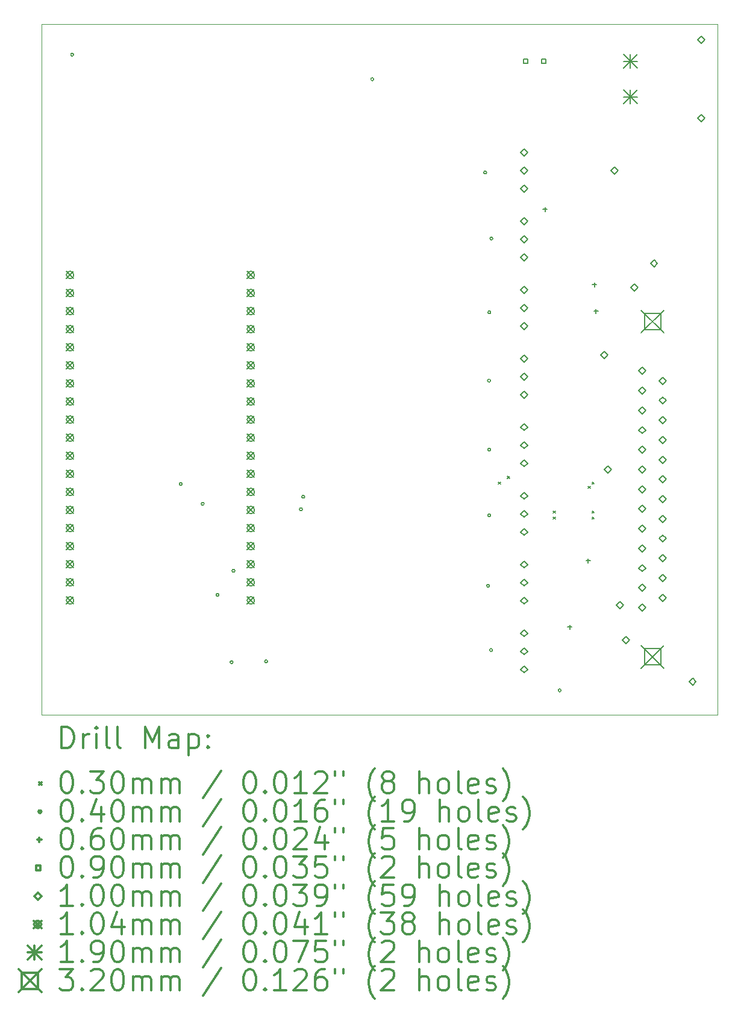
<source format=gbr>
%FSLAX45Y45*%
G04 Gerber Fmt 4.5, Leading zero omitted, Abs format (unit mm)*
G04 Created by KiCad (PCBNEW (5.1.4)-1) date 2020-09-30 13:09:02*
%MOMM*%
%LPD*%
G04 APERTURE LIST*
%ADD10C,0.050000*%
%ADD11C,0.200000*%
%ADD12C,0.300000*%
G04 APERTURE END LIST*
D10*
X16565000Y-3835000D02*
X16565000Y-13535000D01*
X7065000Y-3835000D02*
X16565000Y-3835000D01*
X7065000Y-13535000D02*
X7065000Y-3835000D01*
X16565000Y-13535000D02*
X7065000Y-13535000D01*
D11*
X13484400Y-10261400D02*
X13514400Y-10291400D01*
X13514400Y-10261400D02*
X13484400Y-10291400D01*
X13612500Y-10181000D02*
X13642500Y-10211000D01*
X13642500Y-10181000D02*
X13612500Y-10211000D01*
X14256500Y-10671000D02*
X14286500Y-10701000D01*
X14286500Y-10671000D02*
X14256500Y-10701000D01*
X14256500Y-10756000D02*
X14286500Y-10786000D01*
X14286500Y-10756000D02*
X14256500Y-10786000D01*
X14748448Y-10322052D02*
X14778448Y-10352052D01*
X14778448Y-10322052D02*
X14748448Y-10352052D01*
X14803499Y-10261948D02*
X14833499Y-10291948D01*
X14833499Y-10261948D02*
X14803499Y-10291948D01*
X14803499Y-10671000D02*
X14833499Y-10701000D01*
X14833499Y-10671000D02*
X14803499Y-10701000D01*
X14803499Y-10756000D02*
X14833499Y-10786000D01*
X14833499Y-10756000D02*
X14803499Y-10786000D01*
X7515500Y-4260500D02*
G75*
G03X7515500Y-4260500I-20000J0D01*
G01*
X9041500Y-10291500D02*
G75*
G03X9041500Y-10291500I-20000J0D01*
G01*
X9349500Y-10569500D02*
G75*
G03X9349500Y-10569500I-20000J0D01*
G01*
X9557500Y-11850500D02*
G75*
G03X9557500Y-11850500I-20000J0D01*
G01*
X9755500Y-12793500D02*
G75*
G03X9755500Y-12793500I-20000J0D01*
G01*
X9782500Y-11510500D02*
G75*
G03X9782500Y-11510500I-20000J0D01*
G01*
X10241500Y-12783500D02*
G75*
G03X10241500Y-12783500I-20000J0D01*
G01*
X10731500Y-10646500D02*
G75*
G03X10731500Y-10646500I-20000J0D01*
G01*
X10762500Y-10470500D02*
G75*
G03X10762500Y-10470500I-20000J0D01*
G01*
X11732500Y-4606500D02*
G75*
G03X11732500Y-4606500I-20000J0D01*
G01*
X13319500Y-5915500D02*
G75*
G03X13319500Y-5915500I-20000J0D01*
G01*
X13359500Y-11719500D02*
G75*
G03X13359500Y-11719500I-20000J0D01*
G01*
X13373500Y-8839500D02*
G75*
G03X13373500Y-8839500I-20000J0D01*
G01*
X13375500Y-9807500D02*
G75*
G03X13375500Y-9807500I-20000J0D01*
G01*
X13377500Y-10731500D02*
G75*
G03X13377500Y-10731500I-20000J0D01*
G01*
X13378500Y-7878500D02*
G75*
G03X13378500Y-7878500I-20000J0D01*
G01*
X13402500Y-12624500D02*
G75*
G03X13402500Y-12624500I-20000J0D01*
G01*
X13406752Y-6843500D02*
G75*
G03X13406752Y-6843500I-20000J0D01*
G01*
X14367500Y-13189500D02*
G75*
G03X14367500Y-13189500I-20000J0D01*
G01*
X14140500Y-6403500D02*
X14140500Y-6463500D01*
X14110500Y-6433500D02*
X14170500Y-6433500D01*
X14490500Y-12268500D02*
X14490500Y-12328500D01*
X14460500Y-12298500D02*
X14520500Y-12298500D01*
X14746500Y-11338500D02*
X14746500Y-11398500D01*
X14716500Y-11368500D02*
X14776500Y-11368500D01*
X14834500Y-7459500D02*
X14834500Y-7519500D01*
X14804500Y-7489500D02*
X14864500Y-7489500D01*
X14855500Y-7833500D02*
X14855500Y-7893500D01*
X14825500Y-7863500D02*
X14885500Y-7863500D01*
X13900320Y-4384320D02*
X13900320Y-4320680D01*
X13836680Y-4320680D01*
X13836680Y-4384320D01*
X13900320Y-4384320D01*
X14154320Y-4384320D02*
X14154320Y-4320680D01*
X14090680Y-4320680D01*
X14090680Y-4384320D01*
X14154320Y-4384320D01*
X14971500Y-8526500D02*
X15021500Y-8476500D01*
X14971500Y-8426500D01*
X14921500Y-8476500D01*
X14971500Y-8526500D01*
X15021500Y-10137496D02*
X15071500Y-10087496D01*
X15021500Y-10037496D01*
X14971500Y-10087496D01*
X15021500Y-10137496D01*
X15117500Y-5940500D02*
X15167500Y-5890500D01*
X15117500Y-5840500D01*
X15067500Y-5890500D01*
X15117500Y-5940500D01*
X15195500Y-12045500D02*
X15245500Y-11995500D01*
X15195500Y-11945500D01*
X15145500Y-11995500D01*
X15195500Y-12045500D01*
X15279500Y-12536502D02*
X15329500Y-12486502D01*
X15279500Y-12436502D01*
X15229500Y-12486502D01*
X15279500Y-12536502D01*
X15395500Y-7582500D02*
X15445500Y-7532500D01*
X15395500Y-7482500D01*
X15345500Y-7532500D01*
X15395500Y-7582500D01*
X15672500Y-7242500D02*
X15722500Y-7192500D01*
X15672500Y-7142500D01*
X15622500Y-7192500D01*
X15672500Y-7242500D01*
X16214500Y-13120500D02*
X16264500Y-13070500D01*
X16214500Y-13020500D01*
X16164500Y-13070500D01*
X16214500Y-13120500D01*
X13845500Y-6647000D02*
X13895500Y-6597000D01*
X13845500Y-6547000D01*
X13795500Y-6597000D01*
X13845500Y-6647000D01*
X13845500Y-6901000D02*
X13895500Y-6851000D01*
X13845500Y-6801000D01*
X13795500Y-6851000D01*
X13845500Y-6901000D01*
X13845500Y-7155000D02*
X13895500Y-7105000D01*
X13845500Y-7055000D01*
X13795500Y-7105000D01*
X13845500Y-7155000D01*
X13845500Y-12436500D02*
X13895500Y-12386500D01*
X13845500Y-12336500D01*
X13795500Y-12386500D01*
X13845500Y-12436500D01*
X13845500Y-12690500D02*
X13895500Y-12640500D01*
X13845500Y-12590500D01*
X13795500Y-12640500D01*
X13845500Y-12690500D01*
X13845500Y-12944500D02*
X13895500Y-12894500D01*
X13845500Y-12844500D01*
X13795500Y-12894500D01*
X13845500Y-12944500D01*
X13845500Y-5681500D02*
X13895500Y-5631500D01*
X13845500Y-5581500D01*
X13795500Y-5631500D01*
X13845500Y-5681500D01*
X13845500Y-5935500D02*
X13895500Y-5885500D01*
X13845500Y-5835500D01*
X13795500Y-5885500D01*
X13845500Y-5935500D01*
X13845500Y-6189500D02*
X13895500Y-6139500D01*
X13845500Y-6089500D01*
X13795500Y-6139500D01*
X13845500Y-6189500D01*
X13845500Y-9541500D02*
X13895500Y-9491500D01*
X13845500Y-9441500D01*
X13795500Y-9491500D01*
X13845500Y-9541500D01*
X13845500Y-9795500D02*
X13895500Y-9745500D01*
X13845500Y-9695500D01*
X13795500Y-9745500D01*
X13845500Y-9795500D01*
X13845500Y-10049500D02*
X13895500Y-9999500D01*
X13845500Y-9949500D01*
X13795500Y-9999500D01*
X13845500Y-10049500D01*
X13845500Y-11471500D02*
X13895500Y-11421500D01*
X13845500Y-11371500D01*
X13795500Y-11421500D01*
X13845500Y-11471500D01*
X13845500Y-11725500D02*
X13895500Y-11675500D01*
X13845500Y-11625500D01*
X13795500Y-11675500D01*
X13845500Y-11725500D01*
X13845500Y-11979500D02*
X13895500Y-11929500D01*
X13845500Y-11879500D01*
X13795500Y-11929500D01*
X13845500Y-11979500D01*
X13845500Y-7611500D02*
X13895500Y-7561500D01*
X13845500Y-7511500D01*
X13795500Y-7561500D01*
X13845500Y-7611500D01*
X13845500Y-7865500D02*
X13895500Y-7815500D01*
X13845500Y-7765500D01*
X13795500Y-7815500D01*
X13845500Y-7865500D01*
X13845500Y-8119500D02*
X13895500Y-8069500D01*
X13845500Y-8019500D01*
X13795500Y-8069500D01*
X13845500Y-8119500D01*
X15510000Y-8752500D02*
X15560000Y-8702500D01*
X15510000Y-8652500D01*
X15460000Y-8702500D01*
X15510000Y-8752500D01*
X15510000Y-9029500D02*
X15560000Y-8979500D01*
X15510000Y-8929500D01*
X15460000Y-8979500D01*
X15510000Y-9029500D01*
X15510000Y-9306500D02*
X15560000Y-9256500D01*
X15510000Y-9206500D01*
X15460000Y-9256500D01*
X15510000Y-9306500D01*
X15510000Y-9583500D02*
X15560000Y-9533500D01*
X15510000Y-9483500D01*
X15460000Y-9533500D01*
X15510000Y-9583500D01*
X15510000Y-9860500D02*
X15560000Y-9810500D01*
X15510000Y-9760500D01*
X15460000Y-9810500D01*
X15510000Y-9860500D01*
X15510000Y-10137500D02*
X15560000Y-10087500D01*
X15510000Y-10037500D01*
X15460000Y-10087500D01*
X15510000Y-10137500D01*
X15510000Y-10414500D02*
X15560000Y-10364500D01*
X15510000Y-10314500D01*
X15460000Y-10364500D01*
X15510000Y-10414500D01*
X15510000Y-10691500D02*
X15560000Y-10641500D01*
X15510000Y-10591500D01*
X15460000Y-10641500D01*
X15510000Y-10691500D01*
X15510000Y-10968500D02*
X15560000Y-10918500D01*
X15510000Y-10868500D01*
X15460000Y-10918500D01*
X15510000Y-10968500D01*
X15510000Y-11245500D02*
X15560000Y-11195500D01*
X15510000Y-11145500D01*
X15460000Y-11195500D01*
X15510000Y-11245500D01*
X15510000Y-11522500D02*
X15560000Y-11472500D01*
X15510000Y-11422500D01*
X15460000Y-11472500D01*
X15510000Y-11522500D01*
X15510000Y-11799500D02*
X15560000Y-11749500D01*
X15510000Y-11699500D01*
X15460000Y-11749500D01*
X15510000Y-11799500D01*
X15510000Y-12076500D02*
X15560000Y-12026500D01*
X15510000Y-11976500D01*
X15460000Y-12026500D01*
X15510000Y-12076500D01*
X15794000Y-8891000D02*
X15844000Y-8841000D01*
X15794000Y-8791000D01*
X15744000Y-8841000D01*
X15794000Y-8891000D01*
X15794000Y-9168000D02*
X15844000Y-9118000D01*
X15794000Y-9068000D01*
X15744000Y-9118000D01*
X15794000Y-9168000D01*
X15794000Y-9445000D02*
X15844000Y-9395000D01*
X15794000Y-9345000D01*
X15744000Y-9395000D01*
X15794000Y-9445000D01*
X15794000Y-9722000D02*
X15844000Y-9672000D01*
X15794000Y-9622000D01*
X15744000Y-9672000D01*
X15794000Y-9722000D01*
X15794000Y-9999000D02*
X15844000Y-9949000D01*
X15794000Y-9899000D01*
X15744000Y-9949000D01*
X15794000Y-9999000D01*
X15794000Y-10276000D02*
X15844000Y-10226000D01*
X15794000Y-10176000D01*
X15744000Y-10226000D01*
X15794000Y-10276000D01*
X15794000Y-10553000D02*
X15844000Y-10503000D01*
X15794000Y-10453000D01*
X15744000Y-10503000D01*
X15794000Y-10553000D01*
X15794000Y-10830000D02*
X15844000Y-10780000D01*
X15794000Y-10730000D01*
X15744000Y-10780000D01*
X15794000Y-10830000D01*
X15794000Y-11107000D02*
X15844000Y-11057000D01*
X15794000Y-11007000D01*
X15744000Y-11057000D01*
X15794000Y-11107000D01*
X15794000Y-11384000D02*
X15844000Y-11334000D01*
X15794000Y-11284000D01*
X15744000Y-11334000D01*
X15794000Y-11384000D01*
X15794000Y-11661000D02*
X15844000Y-11611000D01*
X15794000Y-11561000D01*
X15744000Y-11611000D01*
X15794000Y-11661000D01*
X15794000Y-11938000D02*
X15844000Y-11888000D01*
X15794000Y-11838000D01*
X15744000Y-11888000D01*
X15794000Y-11938000D01*
X16340000Y-4102500D02*
X16390000Y-4052500D01*
X16340000Y-4002500D01*
X16290000Y-4052500D01*
X16340000Y-4102500D01*
X16340000Y-5202500D02*
X16390000Y-5152500D01*
X16340000Y-5102500D01*
X16290000Y-5152500D01*
X16340000Y-5202500D01*
X13845500Y-10506500D02*
X13895500Y-10456500D01*
X13845500Y-10406500D01*
X13795500Y-10456500D01*
X13845500Y-10506500D01*
X13845500Y-10760500D02*
X13895500Y-10710500D01*
X13845500Y-10660500D01*
X13795500Y-10710500D01*
X13845500Y-10760500D01*
X13845500Y-11014500D02*
X13895500Y-10964500D01*
X13845500Y-10914500D01*
X13795500Y-10964500D01*
X13845500Y-11014500D01*
X13845500Y-8576500D02*
X13895500Y-8526500D01*
X13845500Y-8476500D01*
X13795500Y-8526500D01*
X13845500Y-8576500D01*
X13845500Y-8830500D02*
X13895500Y-8780500D01*
X13845500Y-8730500D01*
X13795500Y-8780500D01*
X13845500Y-8830500D01*
X13845500Y-9084500D02*
X13895500Y-9034500D01*
X13845500Y-8984500D01*
X13795500Y-9034500D01*
X13845500Y-9084500D01*
X7414500Y-7302500D02*
X7518500Y-7406500D01*
X7518500Y-7302500D02*
X7414500Y-7406500D01*
X7518500Y-7354500D02*
G75*
G03X7518500Y-7354500I-52000J0D01*
G01*
X7414500Y-7556500D02*
X7518500Y-7660500D01*
X7518500Y-7556500D02*
X7414500Y-7660500D01*
X7518500Y-7608500D02*
G75*
G03X7518500Y-7608500I-52000J0D01*
G01*
X7414500Y-7810500D02*
X7518500Y-7914500D01*
X7518500Y-7810500D02*
X7414500Y-7914500D01*
X7518500Y-7862500D02*
G75*
G03X7518500Y-7862500I-52000J0D01*
G01*
X7414500Y-8064500D02*
X7518500Y-8168500D01*
X7518500Y-8064500D02*
X7414500Y-8168500D01*
X7518500Y-8116500D02*
G75*
G03X7518500Y-8116500I-52000J0D01*
G01*
X7414500Y-8318500D02*
X7518500Y-8422500D01*
X7518500Y-8318500D02*
X7414500Y-8422500D01*
X7518500Y-8370500D02*
G75*
G03X7518500Y-8370500I-52000J0D01*
G01*
X7414500Y-8572500D02*
X7518500Y-8676500D01*
X7518500Y-8572500D02*
X7414500Y-8676500D01*
X7518500Y-8624500D02*
G75*
G03X7518500Y-8624500I-52000J0D01*
G01*
X7414500Y-8826500D02*
X7518500Y-8930500D01*
X7518500Y-8826500D02*
X7414500Y-8930500D01*
X7518500Y-8878500D02*
G75*
G03X7518500Y-8878500I-52000J0D01*
G01*
X7414500Y-9080500D02*
X7518500Y-9184500D01*
X7518500Y-9080500D02*
X7414500Y-9184500D01*
X7518500Y-9132500D02*
G75*
G03X7518500Y-9132500I-52000J0D01*
G01*
X7414500Y-9334500D02*
X7518500Y-9438500D01*
X7518500Y-9334500D02*
X7414500Y-9438500D01*
X7518500Y-9386500D02*
G75*
G03X7518500Y-9386500I-52000J0D01*
G01*
X7414500Y-9588500D02*
X7518500Y-9692500D01*
X7518500Y-9588500D02*
X7414500Y-9692500D01*
X7518500Y-9640500D02*
G75*
G03X7518500Y-9640500I-52000J0D01*
G01*
X7414500Y-9842500D02*
X7518500Y-9946500D01*
X7518500Y-9842500D02*
X7414500Y-9946500D01*
X7518500Y-9894500D02*
G75*
G03X7518500Y-9894500I-52000J0D01*
G01*
X7414500Y-10096500D02*
X7518500Y-10200500D01*
X7518500Y-10096500D02*
X7414500Y-10200500D01*
X7518500Y-10148500D02*
G75*
G03X7518500Y-10148500I-52000J0D01*
G01*
X7414500Y-10350500D02*
X7518500Y-10454500D01*
X7518500Y-10350500D02*
X7414500Y-10454500D01*
X7518500Y-10402500D02*
G75*
G03X7518500Y-10402500I-52000J0D01*
G01*
X7414500Y-10604500D02*
X7518500Y-10708500D01*
X7518500Y-10604500D02*
X7414500Y-10708500D01*
X7518500Y-10656500D02*
G75*
G03X7518500Y-10656500I-52000J0D01*
G01*
X7414500Y-10858500D02*
X7518500Y-10962500D01*
X7518500Y-10858500D02*
X7414500Y-10962500D01*
X7518500Y-10910500D02*
G75*
G03X7518500Y-10910500I-52000J0D01*
G01*
X7414500Y-11112500D02*
X7518500Y-11216500D01*
X7518500Y-11112500D02*
X7414500Y-11216500D01*
X7518500Y-11164500D02*
G75*
G03X7518500Y-11164500I-52000J0D01*
G01*
X7414500Y-11366500D02*
X7518500Y-11470500D01*
X7518500Y-11366500D02*
X7414500Y-11470500D01*
X7518500Y-11418500D02*
G75*
G03X7518500Y-11418500I-52000J0D01*
G01*
X7414500Y-11620500D02*
X7518500Y-11724500D01*
X7518500Y-11620500D02*
X7414500Y-11724500D01*
X7518500Y-11672500D02*
G75*
G03X7518500Y-11672500I-52000J0D01*
G01*
X7414500Y-11874500D02*
X7518500Y-11978500D01*
X7518500Y-11874500D02*
X7414500Y-11978500D01*
X7518500Y-11926500D02*
G75*
G03X7518500Y-11926500I-52000J0D01*
G01*
X9954500Y-7302500D02*
X10058500Y-7406500D01*
X10058500Y-7302500D02*
X9954500Y-7406500D01*
X10058500Y-7354500D02*
G75*
G03X10058500Y-7354500I-52000J0D01*
G01*
X9954500Y-7556500D02*
X10058500Y-7660500D01*
X10058500Y-7556500D02*
X9954500Y-7660500D01*
X10058500Y-7608500D02*
G75*
G03X10058500Y-7608500I-52000J0D01*
G01*
X9954500Y-7810500D02*
X10058500Y-7914500D01*
X10058500Y-7810500D02*
X9954500Y-7914500D01*
X10058500Y-7862500D02*
G75*
G03X10058500Y-7862500I-52000J0D01*
G01*
X9954500Y-8064500D02*
X10058500Y-8168500D01*
X10058500Y-8064500D02*
X9954500Y-8168500D01*
X10058500Y-8116500D02*
G75*
G03X10058500Y-8116500I-52000J0D01*
G01*
X9954500Y-8318500D02*
X10058500Y-8422500D01*
X10058500Y-8318500D02*
X9954500Y-8422500D01*
X10058500Y-8370500D02*
G75*
G03X10058500Y-8370500I-52000J0D01*
G01*
X9954500Y-8572500D02*
X10058500Y-8676500D01*
X10058500Y-8572500D02*
X9954500Y-8676500D01*
X10058500Y-8624500D02*
G75*
G03X10058500Y-8624500I-52000J0D01*
G01*
X9954500Y-8826500D02*
X10058500Y-8930500D01*
X10058500Y-8826500D02*
X9954500Y-8930500D01*
X10058500Y-8878500D02*
G75*
G03X10058500Y-8878500I-52000J0D01*
G01*
X9954500Y-9080500D02*
X10058500Y-9184500D01*
X10058500Y-9080500D02*
X9954500Y-9184500D01*
X10058500Y-9132500D02*
G75*
G03X10058500Y-9132500I-52000J0D01*
G01*
X9954500Y-9334500D02*
X10058500Y-9438500D01*
X10058500Y-9334500D02*
X9954500Y-9438500D01*
X10058500Y-9386500D02*
G75*
G03X10058500Y-9386500I-52000J0D01*
G01*
X9954500Y-9588500D02*
X10058500Y-9692500D01*
X10058500Y-9588500D02*
X9954500Y-9692500D01*
X10058500Y-9640500D02*
G75*
G03X10058500Y-9640500I-52000J0D01*
G01*
X9954500Y-9842500D02*
X10058500Y-9946500D01*
X10058500Y-9842500D02*
X9954500Y-9946500D01*
X10058500Y-9894500D02*
G75*
G03X10058500Y-9894500I-52000J0D01*
G01*
X9954500Y-10096500D02*
X10058500Y-10200500D01*
X10058500Y-10096500D02*
X9954500Y-10200500D01*
X10058500Y-10148500D02*
G75*
G03X10058500Y-10148500I-52000J0D01*
G01*
X9954500Y-10350500D02*
X10058500Y-10454500D01*
X10058500Y-10350500D02*
X9954500Y-10454500D01*
X10058500Y-10402500D02*
G75*
G03X10058500Y-10402500I-52000J0D01*
G01*
X9954500Y-10604500D02*
X10058500Y-10708500D01*
X10058500Y-10604500D02*
X9954500Y-10708500D01*
X10058500Y-10656500D02*
G75*
G03X10058500Y-10656500I-52000J0D01*
G01*
X9954500Y-10858500D02*
X10058500Y-10962500D01*
X10058500Y-10858500D02*
X9954500Y-10962500D01*
X10058500Y-10910500D02*
G75*
G03X10058500Y-10910500I-52000J0D01*
G01*
X9954500Y-11112500D02*
X10058500Y-11216500D01*
X10058500Y-11112500D02*
X9954500Y-11216500D01*
X10058500Y-11164500D02*
G75*
G03X10058500Y-11164500I-52000J0D01*
G01*
X9954500Y-11366500D02*
X10058500Y-11470500D01*
X10058500Y-11366500D02*
X9954500Y-11470500D01*
X10058500Y-11418500D02*
G75*
G03X10058500Y-11418500I-52000J0D01*
G01*
X9954500Y-11620500D02*
X10058500Y-11724500D01*
X10058500Y-11620500D02*
X9954500Y-11724500D01*
X10058500Y-11672500D02*
G75*
G03X10058500Y-11672500I-52000J0D01*
G01*
X9954500Y-11874500D02*
X10058500Y-11978500D01*
X10058500Y-11874500D02*
X9954500Y-11978500D01*
X10058500Y-11926500D02*
G75*
G03X10058500Y-11926500I-52000J0D01*
G01*
X15245000Y-4257500D02*
X15435000Y-4447500D01*
X15435000Y-4257500D02*
X15245000Y-4447500D01*
X15340000Y-4257500D02*
X15340000Y-4447500D01*
X15245000Y-4352500D02*
X15435000Y-4352500D01*
X15245000Y-4757500D02*
X15435000Y-4947500D01*
X15435000Y-4757500D02*
X15245000Y-4947500D01*
X15340000Y-4757500D02*
X15340000Y-4947500D01*
X15245000Y-4852500D02*
X15435000Y-4852500D01*
X15492000Y-7849500D02*
X15812000Y-8169500D01*
X15812000Y-7849500D02*
X15492000Y-8169500D01*
X15765138Y-8122638D02*
X15765138Y-7896362D01*
X15538862Y-7896362D01*
X15538862Y-8122638D01*
X15765138Y-8122638D01*
X15492000Y-12559500D02*
X15812000Y-12879500D01*
X15812000Y-12559500D02*
X15492000Y-12879500D01*
X15765138Y-12832638D02*
X15765138Y-12606362D01*
X15538862Y-12606362D01*
X15538862Y-12832638D01*
X15765138Y-12832638D01*
D12*
X7348928Y-14003214D02*
X7348928Y-13703214D01*
X7420357Y-13703214D01*
X7463214Y-13717500D01*
X7491786Y-13746071D01*
X7506071Y-13774643D01*
X7520357Y-13831786D01*
X7520357Y-13874643D01*
X7506071Y-13931786D01*
X7491786Y-13960357D01*
X7463214Y-13988929D01*
X7420357Y-14003214D01*
X7348928Y-14003214D01*
X7648928Y-14003214D02*
X7648928Y-13803214D01*
X7648928Y-13860357D02*
X7663214Y-13831786D01*
X7677500Y-13817500D01*
X7706071Y-13803214D01*
X7734643Y-13803214D01*
X7834643Y-14003214D02*
X7834643Y-13803214D01*
X7834643Y-13703214D02*
X7820357Y-13717500D01*
X7834643Y-13731786D01*
X7848928Y-13717500D01*
X7834643Y-13703214D01*
X7834643Y-13731786D01*
X8020357Y-14003214D02*
X7991786Y-13988929D01*
X7977500Y-13960357D01*
X7977500Y-13703214D01*
X8177500Y-14003214D02*
X8148928Y-13988929D01*
X8134643Y-13960357D01*
X8134643Y-13703214D01*
X8520357Y-14003214D02*
X8520357Y-13703214D01*
X8620357Y-13917500D01*
X8720357Y-13703214D01*
X8720357Y-14003214D01*
X8991786Y-14003214D02*
X8991786Y-13846071D01*
X8977500Y-13817500D01*
X8948928Y-13803214D01*
X8891786Y-13803214D01*
X8863214Y-13817500D01*
X8991786Y-13988929D02*
X8963214Y-14003214D01*
X8891786Y-14003214D01*
X8863214Y-13988929D01*
X8848928Y-13960357D01*
X8848928Y-13931786D01*
X8863214Y-13903214D01*
X8891786Y-13888929D01*
X8963214Y-13888929D01*
X8991786Y-13874643D01*
X9134643Y-13803214D02*
X9134643Y-14103214D01*
X9134643Y-13817500D02*
X9163214Y-13803214D01*
X9220357Y-13803214D01*
X9248928Y-13817500D01*
X9263214Y-13831786D01*
X9277500Y-13860357D01*
X9277500Y-13946071D01*
X9263214Y-13974643D01*
X9248928Y-13988929D01*
X9220357Y-14003214D01*
X9163214Y-14003214D01*
X9134643Y-13988929D01*
X9406071Y-13974643D02*
X9420357Y-13988929D01*
X9406071Y-14003214D01*
X9391786Y-13988929D01*
X9406071Y-13974643D01*
X9406071Y-14003214D01*
X9406071Y-13817500D02*
X9420357Y-13831786D01*
X9406071Y-13846071D01*
X9391786Y-13831786D01*
X9406071Y-13817500D01*
X9406071Y-13846071D01*
X7032500Y-14482500D02*
X7062500Y-14512500D01*
X7062500Y-14482500D02*
X7032500Y-14512500D01*
X7406071Y-14333214D02*
X7434643Y-14333214D01*
X7463214Y-14347500D01*
X7477500Y-14361786D01*
X7491786Y-14390357D01*
X7506071Y-14447500D01*
X7506071Y-14518929D01*
X7491786Y-14576071D01*
X7477500Y-14604643D01*
X7463214Y-14618929D01*
X7434643Y-14633214D01*
X7406071Y-14633214D01*
X7377500Y-14618929D01*
X7363214Y-14604643D01*
X7348928Y-14576071D01*
X7334643Y-14518929D01*
X7334643Y-14447500D01*
X7348928Y-14390357D01*
X7363214Y-14361786D01*
X7377500Y-14347500D01*
X7406071Y-14333214D01*
X7634643Y-14604643D02*
X7648928Y-14618929D01*
X7634643Y-14633214D01*
X7620357Y-14618929D01*
X7634643Y-14604643D01*
X7634643Y-14633214D01*
X7748928Y-14333214D02*
X7934643Y-14333214D01*
X7834643Y-14447500D01*
X7877500Y-14447500D01*
X7906071Y-14461786D01*
X7920357Y-14476071D01*
X7934643Y-14504643D01*
X7934643Y-14576071D01*
X7920357Y-14604643D01*
X7906071Y-14618929D01*
X7877500Y-14633214D01*
X7791786Y-14633214D01*
X7763214Y-14618929D01*
X7748928Y-14604643D01*
X8120357Y-14333214D02*
X8148928Y-14333214D01*
X8177500Y-14347500D01*
X8191786Y-14361786D01*
X8206071Y-14390357D01*
X8220357Y-14447500D01*
X8220357Y-14518929D01*
X8206071Y-14576071D01*
X8191786Y-14604643D01*
X8177500Y-14618929D01*
X8148928Y-14633214D01*
X8120357Y-14633214D01*
X8091786Y-14618929D01*
X8077500Y-14604643D01*
X8063214Y-14576071D01*
X8048928Y-14518929D01*
X8048928Y-14447500D01*
X8063214Y-14390357D01*
X8077500Y-14361786D01*
X8091786Y-14347500D01*
X8120357Y-14333214D01*
X8348928Y-14633214D02*
X8348928Y-14433214D01*
X8348928Y-14461786D02*
X8363214Y-14447500D01*
X8391786Y-14433214D01*
X8434643Y-14433214D01*
X8463214Y-14447500D01*
X8477500Y-14476071D01*
X8477500Y-14633214D01*
X8477500Y-14476071D02*
X8491786Y-14447500D01*
X8520357Y-14433214D01*
X8563214Y-14433214D01*
X8591786Y-14447500D01*
X8606071Y-14476071D01*
X8606071Y-14633214D01*
X8748928Y-14633214D02*
X8748928Y-14433214D01*
X8748928Y-14461786D02*
X8763214Y-14447500D01*
X8791786Y-14433214D01*
X8834643Y-14433214D01*
X8863214Y-14447500D01*
X8877500Y-14476071D01*
X8877500Y-14633214D01*
X8877500Y-14476071D02*
X8891786Y-14447500D01*
X8920357Y-14433214D01*
X8963214Y-14433214D01*
X8991786Y-14447500D01*
X9006071Y-14476071D01*
X9006071Y-14633214D01*
X9591786Y-14318929D02*
X9334643Y-14704643D01*
X9977500Y-14333214D02*
X10006071Y-14333214D01*
X10034643Y-14347500D01*
X10048928Y-14361786D01*
X10063214Y-14390357D01*
X10077500Y-14447500D01*
X10077500Y-14518929D01*
X10063214Y-14576071D01*
X10048928Y-14604643D01*
X10034643Y-14618929D01*
X10006071Y-14633214D01*
X9977500Y-14633214D01*
X9948928Y-14618929D01*
X9934643Y-14604643D01*
X9920357Y-14576071D01*
X9906071Y-14518929D01*
X9906071Y-14447500D01*
X9920357Y-14390357D01*
X9934643Y-14361786D01*
X9948928Y-14347500D01*
X9977500Y-14333214D01*
X10206071Y-14604643D02*
X10220357Y-14618929D01*
X10206071Y-14633214D01*
X10191786Y-14618929D01*
X10206071Y-14604643D01*
X10206071Y-14633214D01*
X10406071Y-14333214D02*
X10434643Y-14333214D01*
X10463214Y-14347500D01*
X10477500Y-14361786D01*
X10491786Y-14390357D01*
X10506071Y-14447500D01*
X10506071Y-14518929D01*
X10491786Y-14576071D01*
X10477500Y-14604643D01*
X10463214Y-14618929D01*
X10434643Y-14633214D01*
X10406071Y-14633214D01*
X10377500Y-14618929D01*
X10363214Y-14604643D01*
X10348928Y-14576071D01*
X10334643Y-14518929D01*
X10334643Y-14447500D01*
X10348928Y-14390357D01*
X10363214Y-14361786D01*
X10377500Y-14347500D01*
X10406071Y-14333214D01*
X10791786Y-14633214D02*
X10620357Y-14633214D01*
X10706071Y-14633214D02*
X10706071Y-14333214D01*
X10677500Y-14376071D01*
X10648928Y-14404643D01*
X10620357Y-14418929D01*
X10906071Y-14361786D02*
X10920357Y-14347500D01*
X10948928Y-14333214D01*
X11020357Y-14333214D01*
X11048928Y-14347500D01*
X11063214Y-14361786D01*
X11077500Y-14390357D01*
X11077500Y-14418929D01*
X11063214Y-14461786D01*
X10891786Y-14633214D01*
X11077500Y-14633214D01*
X11191786Y-14333214D02*
X11191786Y-14390357D01*
X11306071Y-14333214D02*
X11306071Y-14390357D01*
X11748928Y-14747500D02*
X11734643Y-14733214D01*
X11706071Y-14690357D01*
X11691786Y-14661786D01*
X11677500Y-14618929D01*
X11663214Y-14547500D01*
X11663214Y-14490357D01*
X11677500Y-14418929D01*
X11691786Y-14376071D01*
X11706071Y-14347500D01*
X11734643Y-14304643D01*
X11748928Y-14290357D01*
X11906071Y-14461786D02*
X11877500Y-14447500D01*
X11863214Y-14433214D01*
X11848928Y-14404643D01*
X11848928Y-14390357D01*
X11863214Y-14361786D01*
X11877500Y-14347500D01*
X11906071Y-14333214D01*
X11963214Y-14333214D01*
X11991786Y-14347500D01*
X12006071Y-14361786D01*
X12020357Y-14390357D01*
X12020357Y-14404643D01*
X12006071Y-14433214D01*
X11991786Y-14447500D01*
X11963214Y-14461786D01*
X11906071Y-14461786D01*
X11877500Y-14476071D01*
X11863214Y-14490357D01*
X11848928Y-14518929D01*
X11848928Y-14576071D01*
X11863214Y-14604643D01*
X11877500Y-14618929D01*
X11906071Y-14633214D01*
X11963214Y-14633214D01*
X11991786Y-14618929D01*
X12006071Y-14604643D01*
X12020357Y-14576071D01*
X12020357Y-14518929D01*
X12006071Y-14490357D01*
X11991786Y-14476071D01*
X11963214Y-14461786D01*
X12377500Y-14633214D02*
X12377500Y-14333214D01*
X12506071Y-14633214D02*
X12506071Y-14476071D01*
X12491786Y-14447500D01*
X12463214Y-14433214D01*
X12420357Y-14433214D01*
X12391786Y-14447500D01*
X12377500Y-14461786D01*
X12691786Y-14633214D02*
X12663214Y-14618929D01*
X12648928Y-14604643D01*
X12634643Y-14576071D01*
X12634643Y-14490357D01*
X12648928Y-14461786D01*
X12663214Y-14447500D01*
X12691786Y-14433214D01*
X12734643Y-14433214D01*
X12763214Y-14447500D01*
X12777500Y-14461786D01*
X12791786Y-14490357D01*
X12791786Y-14576071D01*
X12777500Y-14604643D01*
X12763214Y-14618929D01*
X12734643Y-14633214D01*
X12691786Y-14633214D01*
X12963214Y-14633214D02*
X12934643Y-14618929D01*
X12920357Y-14590357D01*
X12920357Y-14333214D01*
X13191786Y-14618929D02*
X13163214Y-14633214D01*
X13106071Y-14633214D01*
X13077500Y-14618929D01*
X13063214Y-14590357D01*
X13063214Y-14476071D01*
X13077500Y-14447500D01*
X13106071Y-14433214D01*
X13163214Y-14433214D01*
X13191786Y-14447500D01*
X13206071Y-14476071D01*
X13206071Y-14504643D01*
X13063214Y-14533214D01*
X13320357Y-14618929D02*
X13348928Y-14633214D01*
X13406071Y-14633214D01*
X13434643Y-14618929D01*
X13448928Y-14590357D01*
X13448928Y-14576071D01*
X13434643Y-14547500D01*
X13406071Y-14533214D01*
X13363214Y-14533214D01*
X13334643Y-14518929D01*
X13320357Y-14490357D01*
X13320357Y-14476071D01*
X13334643Y-14447500D01*
X13363214Y-14433214D01*
X13406071Y-14433214D01*
X13434643Y-14447500D01*
X13548928Y-14747500D02*
X13563214Y-14733214D01*
X13591786Y-14690357D01*
X13606071Y-14661786D01*
X13620357Y-14618929D01*
X13634643Y-14547500D01*
X13634643Y-14490357D01*
X13620357Y-14418929D01*
X13606071Y-14376071D01*
X13591786Y-14347500D01*
X13563214Y-14304643D01*
X13548928Y-14290357D01*
X7062500Y-14893500D02*
G75*
G03X7062500Y-14893500I-20000J0D01*
G01*
X7406071Y-14729214D02*
X7434643Y-14729214D01*
X7463214Y-14743500D01*
X7477500Y-14757786D01*
X7491786Y-14786357D01*
X7506071Y-14843500D01*
X7506071Y-14914929D01*
X7491786Y-14972071D01*
X7477500Y-15000643D01*
X7463214Y-15014929D01*
X7434643Y-15029214D01*
X7406071Y-15029214D01*
X7377500Y-15014929D01*
X7363214Y-15000643D01*
X7348928Y-14972071D01*
X7334643Y-14914929D01*
X7334643Y-14843500D01*
X7348928Y-14786357D01*
X7363214Y-14757786D01*
X7377500Y-14743500D01*
X7406071Y-14729214D01*
X7634643Y-15000643D02*
X7648928Y-15014929D01*
X7634643Y-15029214D01*
X7620357Y-15014929D01*
X7634643Y-15000643D01*
X7634643Y-15029214D01*
X7906071Y-14829214D02*
X7906071Y-15029214D01*
X7834643Y-14714929D02*
X7763214Y-14929214D01*
X7948928Y-14929214D01*
X8120357Y-14729214D02*
X8148928Y-14729214D01*
X8177500Y-14743500D01*
X8191786Y-14757786D01*
X8206071Y-14786357D01*
X8220357Y-14843500D01*
X8220357Y-14914929D01*
X8206071Y-14972071D01*
X8191786Y-15000643D01*
X8177500Y-15014929D01*
X8148928Y-15029214D01*
X8120357Y-15029214D01*
X8091786Y-15014929D01*
X8077500Y-15000643D01*
X8063214Y-14972071D01*
X8048928Y-14914929D01*
X8048928Y-14843500D01*
X8063214Y-14786357D01*
X8077500Y-14757786D01*
X8091786Y-14743500D01*
X8120357Y-14729214D01*
X8348928Y-15029214D02*
X8348928Y-14829214D01*
X8348928Y-14857786D02*
X8363214Y-14843500D01*
X8391786Y-14829214D01*
X8434643Y-14829214D01*
X8463214Y-14843500D01*
X8477500Y-14872071D01*
X8477500Y-15029214D01*
X8477500Y-14872071D02*
X8491786Y-14843500D01*
X8520357Y-14829214D01*
X8563214Y-14829214D01*
X8591786Y-14843500D01*
X8606071Y-14872071D01*
X8606071Y-15029214D01*
X8748928Y-15029214D02*
X8748928Y-14829214D01*
X8748928Y-14857786D02*
X8763214Y-14843500D01*
X8791786Y-14829214D01*
X8834643Y-14829214D01*
X8863214Y-14843500D01*
X8877500Y-14872071D01*
X8877500Y-15029214D01*
X8877500Y-14872071D02*
X8891786Y-14843500D01*
X8920357Y-14829214D01*
X8963214Y-14829214D01*
X8991786Y-14843500D01*
X9006071Y-14872071D01*
X9006071Y-15029214D01*
X9591786Y-14714929D02*
X9334643Y-15100643D01*
X9977500Y-14729214D02*
X10006071Y-14729214D01*
X10034643Y-14743500D01*
X10048928Y-14757786D01*
X10063214Y-14786357D01*
X10077500Y-14843500D01*
X10077500Y-14914929D01*
X10063214Y-14972071D01*
X10048928Y-15000643D01*
X10034643Y-15014929D01*
X10006071Y-15029214D01*
X9977500Y-15029214D01*
X9948928Y-15014929D01*
X9934643Y-15000643D01*
X9920357Y-14972071D01*
X9906071Y-14914929D01*
X9906071Y-14843500D01*
X9920357Y-14786357D01*
X9934643Y-14757786D01*
X9948928Y-14743500D01*
X9977500Y-14729214D01*
X10206071Y-15000643D02*
X10220357Y-15014929D01*
X10206071Y-15029214D01*
X10191786Y-15014929D01*
X10206071Y-15000643D01*
X10206071Y-15029214D01*
X10406071Y-14729214D02*
X10434643Y-14729214D01*
X10463214Y-14743500D01*
X10477500Y-14757786D01*
X10491786Y-14786357D01*
X10506071Y-14843500D01*
X10506071Y-14914929D01*
X10491786Y-14972071D01*
X10477500Y-15000643D01*
X10463214Y-15014929D01*
X10434643Y-15029214D01*
X10406071Y-15029214D01*
X10377500Y-15014929D01*
X10363214Y-15000643D01*
X10348928Y-14972071D01*
X10334643Y-14914929D01*
X10334643Y-14843500D01*
X10348928Y-14786357D01*
X10363214Y-14757786D01*
X10377500Y-14743500D01*
X10406071Y-14729214D01*
X10791786Y-15029214D02*
X10620357Y-15029214D01*
X10706071Y-15029214D02*
X10706071Y-14729214D01*
X10677500Y-14772071D01*
X10648928Y-14800643D01*
X10620357Y-14814929D01*
X11048928Y-14729214D02*
X10991786Y-14729214D01*
X10963214Y-14743500D01*
X10948928Y-14757786D01*
X10920357Y-14800643D01*
X10906071Y-14857786D01*
X10906071Y-14972071D01*
X10920357Y-15000643D01*
X10934643Y-15014929D01*
X10963214Y-15029214D01*
X11020357Y-15029214D01*
X11048928Y-15014929D01*
X11063214Y-15000643D01*
X11077500Y-14972071D01*
X11077500Y-14900643D01*
X11063214Y-14872071D01*
X11048928Y-14857786D01*
X11020357Y-14843500D01*
X10963214Y-14843500D01*
X10934643Y-14857786D01*
X10920357Y-14872071D01*
X10906071Y-14900643D01*
X11191786Y-14729214D02*
X11191786Y-14786357D01*
X11306071Y-14729214D02*
X11306071Y-14786357D01*
X11748928Y-15143500D02*
X11734643Y-15129214D01*
X11706071Y-15086357D01*
X11691786Y-15057786D01*
X11677500Y-15014929D01*
X11663214Y-14943500D01*
X11663214Y-14886357D01*
X11677500Y-14814929D01*
X11691786Y-14772071D01*
X11706071Y-14743500D01*
X11734643Y-14700643D01*
X11748928Y-14686357D01*
X12020357Y-15029214D02*
X11848928Y-15029214D01*
X11934643Y-15029214D02*
X11934643Y-14729214D01*
X11906071Y-14772071D01*
X11877500Y-14800643D01*
X11848928Y-14814929D01*
X12163214Y-15029214D02*
X12220357Y-15029214D01*
X12248928Y-15014929D01*
X12263214Y-15000643D01*
X12291786Y-14957786D01*
X12306071Y-14900643D01*
X12306071Y-14786357D01*
X12291786Y-14757786D01*
X12277500Y-14743500D01*
X12248928Y-14729214D01*
X12191786Y-14729214D01*
X12163214Y-14743500D01*
X12148928Y-14757786D01*
X12134643Y-14786357D01*
X12134643Y-14857786D01*
X12148928Y-14886357D01*
X12163214Y-14900643D01*
X12191786Y-14914929D01*
X12248928Y-14914929D01*
X12277500Y-14900643D01*
X12291786Y-14886357D01*
X12306071Y-14857786D01*
X12663214Y-15029214D02*
X12663214Y-14729214D01*
X12791786Y-15029214D02*
X12791786Y-14872071D01*
X12777500Y-14843500D01*
X12748928Y-14829214D01*
X12706071Y-14829214D01*
X12677500Y-14843500D01*
X12663214Y-14857786D01*
X12977500Y-15029214D02*
X12948928Y-15014929D01*
X12934643Y-15000643D01*
X12920357Y-14972071D01*
X12920357Y-14886357D01*
X12934643Y-14857786D01*
X12948928Y-14843500D01*
X12977500Y-14829214D01*
X13020357Y-14829214D01*
X13048928Y-14843500D01*
X13063214Y-14857786D01*
X13077500Y-14886357D01*
X13077500Y-14972071D01*
X13063214Y-15000643D01*
X13048928Y-15014929D01*
X13020357Y-15029214D01*
X12977500Y-15029214D01*
X13248928Y-15029214D02*
X13220357Y-15014929D01*
X13206071Y-14986357D01*
X13206071Y-14729214D01*
X13477500Y-15014929D02*
X13448928Y-15029214D01*
X13391786Y-15029214D01*
X13363214Y-15014929D01*
X13348928Y-14986357D01*
X13348928Y-14872071D01*
X13363214Y-14843500D01*
X13391786Y-14829214D01*
X13448928Y-14829214D01*
X13477500Y-14843500D01*
X13491786Y-14872071D01*
X13491786Y-14900643D01*
X13348928Y-14929214D01*
X13606071Y-15014929D02*
X13634643Y-15029214D01*
X13691786Y-15029214D01*
X13720357Y-15014929D01*
X13734643Y-14986357D01*
X13734643Y-14972071D01*
X13720357Y-14943500D01*
X13691786Y-14929214D01*
X13648928Y-14929214D01*
X13620357Y-14914929D01*
X13606071Y-14886357D01*
X13606071Y-14872071D01*
X13620357Y-14843500D01*
X13648928Y-14829214D01*
X13691786Y-14829214D01*
X13720357Y-14843500D01*
X13834643Y-15143500D02*
X13848928Y-15129214D01*
X13877500Y-15086357D01*
X13891786Y-15057786D01*
X13906071Y-15014929D01*
X13920357Y-14943500D01*
X13920357Y-14886357D01*
X13906071Y-14814929D01*
X13891786Y-14772071D01*
X13877500Y-14743500D01*
X13848928Y-14700643D01*
X13834643Y-14686357D01*
X7032500Y-15259500D02*
X7032500Y-15319500D01*
X7002500Y-15289500D02*
X7062500Y-15289500D01*
X7406071Y-15125214D02*
X7434643Y-15125214D01*
X7463214Y-15139500D01*
X7477500Y-15153786D01*
X7491786Y-15182357D01*
X7506071Y-15239500D01*
X7506071Y-15310929D01*
X7491786Y-15368071D01*
X7477500Y-15396643D01*
X7463214Y-15410929D01*
X7434643Y-15425214D01*
X7406071Y-15425214D01*
X7377500Y-15410929D01*
X7363214Y-15396643D01*
X7348928Y-15368071D01*
X7334643Y-15310929D01*
X7334643Y-15239500D01*
X7348928Y-15182357D01*
X7363214Y-15153786D01*
X7377500Y-15139500D01*
X7406071Y-15125214D01*
X7634643Y-15396643D02*
X7648928Y-15410929D01*
X7634643Y-15425214D01*
X7620357Y-15410929D01*
X7634643Y-15396643D01*
X7634643Y-15425214D01*
X7906071Y-15125214D02*
X7848928Y-15125214D01*
X7820357Y-15139500D01*
X7806071Y-15153786D01*
X7777500Y-15196643D01*
X7763214Y-15253786D01*
X7763214Y-15368071D01*
X7777500Y-15396643D01*
X7791786Y-15410929D01*
X7820357Y-15425214D01*
X7877500Y-15425214D01*
X7906071Y-15410929D01*
X7920357Y-15396643D01*
X7934643Y-15368071D01*
X7934643Y-15296643D01*
X7920357Y-15268071D01*
X7906071Y-15253786D01*
X7877500Y-15239500D01*
X7820357Y-15239500D01*
X7791786Y-15253786D01*
X7777500Y-15268071D01*
X7763214Y-15296643D01*
X8120357Y-15125214D02*
X8148928Y-15125214D01*
X8177500Y-15139500D01*
X8191786Y-15153786D01*
X8206071Y-15182357D01*
X8220357Y-15239500D01*
X8220357Y-15310929D01*
X8206071Y-15368071D01*
X8191786Y-15396643D01*
X8177500Y-15410929D01*
X8148928Y-15425214D01*
X8120357Y-15425214D01*
X8091786Y-15410929D01*
X8077500Y-15396643D01*
X8063214Y-15368071D01*
X8048928Y-15310929D01*
X8048928Y-15239500D01*
X8063214Y-15182357D01*
X8077500Y-15153786D01*
X8091786Y-15139500D01*
X8120357Y-15125214D01*
X8348928Y-15425214D02*
X8348928Y-15225214D01*
X8348928Y-15253786D02*
X8363214Y-15239500D01*
X8391786Y-15225214D01*
X8434643Y-15225214D01*
X8463214Y-15239500D01*
X8477500Y-15268071D01*
X8477500Y-15425214D01*
X8477500Y-15268071D02*
X8491786Y-15239500D01*
X8520357Y-15225214D01*
X8563214Y-15225214D01*
X8591786Y-15239500D01*
X8606071Y-15268071D01*
X8606071Y-15425214D01*
X8748928Y-15425214D02*
X8748928Y-15225214D01*
X8748928Y-15253786D02*
X8763214Y-15239500D01*
X8791786Y-15225214D01*
X8834643Y-15225214D01*
X8863214Y-15239500D01*
X8877500Y-15268071D01*
X8877500Y-15425214D01*
X8877500Y-15268071D02*
X8891786Y-15239500D01*
X8920357Y-15225214D01*
X8963214Y-15225214D01*
X8991786Y-15239500D01*
X9006071Y-15268071D01*
X9006071Y-15425214D01*
X9591786Y-15110929D02*
X9334643Y-15496643D01*
X9977500Y-15125214D02*
X10006071Y-15125214D01*
X10034643Y-15139500D01*
X10048928Y-15153786D01*
X10063214Y-15182357D01*
X10077500Y-15239500D01*
X10077500Y-15310929D01*
X10063214Y-15368071D01*
X10048928Y-15396643D01*
X10034643Y-15410929D01*
X10006071Y-15425214D01*
X9977500Y-15425214D01*
X9948928Y-15410929D01*
X9934643Y-15396643D01*
X9920357Y-15368071D01*
X9906071Y-15310929D01*
X9906071Y-15239500D01*
X9920357Y-15182357D01*
X9934643Y-15153786D01*
X9948928Y-15139500D01*
X9977500Y-15125214D01*
X10206071Y-15396643D02*
X10220357Y-15410929D01*
X10206071Y-15425214D01*
X10191786Y-15410929D01*
X10206071Y-15396643D01*
X10206071Y-15425214D01*
X10406071Y-15125214D02*
X10434643Y-15125214D01*
X10463214Y-15139500D01*
X10477500Y-15153786D01*
X10491786Y-15182357D01*
X10506071Y-15239500D01*
X10506071Y-15310929D01*
X10491786Y-15368071D01*
X10477500Y-15396643D01*
X10463214Y-15410929D01*
X10434643Y-15425214D01*
X10406071Y-15425214D01*
X10377500Y-15410929D01*
X10363214Y-15396643D01*
X10348928Y-15368071D01*
X10334643Y-15310929D01*
X10334643Y-15239500D01*
X10348928Y-15182357D01*
X10363214Y-15153786D01*
X10377500Y-15139500D01*
X10406071Y-15125214D01*
X10620357Y-15153786D02*
X10634643Y-15139500D01*
X10663214Y-15125214D01*
X10734643Y-15125214D01*
X10763214Y-15139500D01*
X10777500Y-15153786D01*
X10791786Y-15182357D01*
X10791786Y-15210929D01*
X10777500Y-15253786D01*
X10606071Y-15425214D01*
X10791786Y-15425214D01*
X11048928Y-15225214D02*
X11048928Y-15425214D01*
X10977500Y-15110929D02*
X10906071Y-15325214D01*
X11091786Y-15325214D01*
X11191786Y-15125214D02*
X11191786Y-15182357D01*
X11306071Y-15125214D02*
X11306071Y-15182357D01*
X11748928Y-15539500D02*
X11734643Y-15525214D01*
X11706071Y-15482357D01*
X11691786Y-15453786D01*
X11677500Y-15410929D01*
X11663214Y-15339500D01*
X11663214Y-15282357D01*
X11677500Y-15210929D01*
X11691786Y-15168071D01*
X11706071Y-15139500D01*
X11734643Y-15096643D01*
X11748928Y-15082357D01*
X12006071Y-15125214D02*
X11863214Y-15125214D01*
X11848928Y-15268071D01*
X11863214Y-15253786D01*
X11891786Y-15239500D01*
X11963214Y-15239500D01*
X11991786Y-15253786D01*
X12006071Y-15268071D01*
X12020357Y-15296643D01*
X12020357Y-15368071D01*
X12006071Y-15396643D01*
X11991786Y-15410929D01*
X11963214Y-15425214D01*
X11891786Y-15425214D01*
X11863214Y-15410929D01*
X11848928Y-15396643D01*
X12377500Y-15425214D02*
X12377500Y-15125214D01*
X12506071Y-15425214D02*
X12506071Y-15268071D01*
X12491786Y-15239500D01*
X12463214Y-15225214D01*
X12420357Y-15225214D01*
X12391786Y-15239500D01*
X12377500Y-15253786D01*
X12691786Y-15425214D02*
X12663214Y-15410929D01*
X12648928Y-15396643D01*
X12634643Y-15368071D01*
X12634643Y-15282357D01*
X12648928Y-15253786D01*
X12663214Y-15239500D01*
X12691786Y-15225214D01*
X12734643Y-15225214D01*
X12763214Y-15239500D01*
X12777500Y-15253786D01*
X12791786Y-15282357D01*
X12791786Y-15368071D01*
X12777500Y-15396643D01*
X12763214Y-15410929D01*
X12734643Y-15425214D01*
X12691786Y-15425214D01*
X12963214Y-15425214D02*
X12934643Y-15410929D01*
X12920357Y-15382357D01*
X12920357Y-15125214D01*
X13191786Y-15410929D02*
X13163214Y-15425214D01*
X13106071Y-15425214D01*
X13077500Y-15410929D01*
X13063214Y-15382357D01*
X13063214Y-15268071D01*
X13077500Y-15239500D01*
X13106071Y-15225214D01*
X13163214Y-15225214D01*
X13191786Y-15239500D01*
X13206071Y-15268071D01*
X13206071Y-15296643D01*
X13063214Y-15325214D01*
X13320357Y-15410929D02*
X13348928Y-15425214D01*
X13406071Y-15425214D01*
X13434643Y-15410929D01*
X13448928Y-15382357D01*
X13448928Y-15368071D01*
X13434643Y-15339500D01*
X13406071Y-15325214D01*
X13363214Y-15325214D01*
X13334643Y-15310929D01*
X13320357Y-15282357D01*
X13320357Y-15268071D01*
X13334643Y-15239500D01*
X13363214Y-15225214D01*
X13406071Y-15225214D01*
X13434643Y-15239500D01*
X13548928Y-15539500D02*
X13563214Y-15525214D01*
X13591786Y-15482357D01*
X13606071Y-15453786D01*
X13620357Y-15410929D01*
X13634643Y-15339500D01*
X13634643Y-15282357D01*
X13620357Y-15210929D01*
X13606071Y-15168071D01*
X13591786Y-15139500D01*
X13563214Y-15096643D01*
X13548928Y-15082357D01*
X7049320Y-15717320D02*
X7049320Y-15653680D01*
X6985680Y-15653680D01*
X6985680Y-15717320D01*
X7049320Y-15717320D01*
X7406071Y-15521214D02*
X7434643Y-15521214D01*
X7463214Y-15535500D01*
X7477500Y-15549786D01*
X7491786Y-15578357D01*
X7506071Y-15635500D01*
X7506071Y-15706929D01*
X7491786Y-15764071D01*
X7477500Y-15792643D01*
X7463214Y-15806929D01*
X7434643Y-15821214D01*
X7406071Y-15821214D01*
X7377500Y-15806929D01*
X7363214Y-15792643D01*
X7348928Y-15764071D01*
X7334643Y-15706929D01*
X7334643Y-15635500D01*
X7348928Y-15578357D01*
X7363214Y-15549786D01*
X7377500Y-15535500D01*
X7406071Y-15521214D01*
X7634643Y-15792643D02*
X7648928Y-15806929D01*
X7634643Y-15821214D01*
X7620357Y-15806929D01*
X7634643Y-15792643D01*
X7634643Y-15821214D01*
X7791786Y-15821214D02*
X7848928Y-15821214D01*
X7877500Y-15806929D01*
X7891786Y-15792643D01*
X7920357Y-15749786D01*
X7934643Y-15692643D01*
X7934643Y-15578357D01*
X7920357Y-15549786D01*
X7906071Y-15535500D01*
X7877500Y-15521214D01*
X7820357Y-15521214D01*
X7791786Y-15535500D01*
X7777500Y-15549786D01*
X7763214Y-15578357D01*
X7763214Y-15649786D01*
X7777500Y-15678357D01*
X7791786Y-15692643D01*
X7820357Y-15706929D01*
X7877500Y-15706929D01*
X7906071Y-15692643D01*
X7920357Y-15678357D01*
X7934643Y-15649786D01*
X8120357Y-15521214D02*
X8148928Y-15521214D01*
X8177500Y-15535500D01*
X8191786Y-15549786D01*
X8206071Y-15578357D01*
X8220357Y-15635500D01*
X8220357Y-15706929D01*
X8206071Y-15764071D01*
X8191786Y-15792643D01*
X8177500Y-15806929D01*
X8148928Y-15821214D01*
X8120357Y-15821214D01*
X8091786Y-15806929D01*
X8077500Y-15792643D01*
X8063214Y-15764071D01*
X8048928Y-15706929D01*
X8048928Y-15635500D01*
X8063214Y-15578357D01*
X8077500Y-15549786D01*
X8091786Y-15535500D01*
X8120357Y-15521214D01*
X8348928Y-15821214D02*
X8348928Y-15621214D01*
X8348928Y-15649786D02*
X8363214Y-15635500D01*
X8391786Y-15621214D01*
X8434643Y-15621214D01*
X8463214Y-15635500D01*
X8477500Y-15664071D01*
X8477500Y-15821214D01*
X8477500Y-15664071D02*
X8491786Y-15635500D01*
X8520357Y-15621214D01*
X8563214Y-15621214D01*
X8591786Y-15635500D01*
X8606071Y-15664071D01*
X8606071Y-15821214D01*
X8748928Y-15821214D02*
X8748928Y-15621214D01*
X8748928Y-15649786D02*
X8763214Y-15635500D01*
X8791786Y-15621214D01*
X8834643Y-15621214D01*
X8863214Y-15635500D01*
X8877500Y-15664071D01*
X8877500Y-15821214D01*
X8877500Y-15664071D02*
X8891786Y-15635500D01*
X8920357Y-15621214D01*
X8963214Y-15621214D01*
X8991786Y-15635500D01*
X9006071Y-15664071D01*
X9006071Y-15821214D01*
X9591786Y-15506929D02*
X9334643Y-15892643D01*
X9977500Y-15521214D02*
X10006071Y-15521214D01*
X10034643Y-15535500D01*
X10048928Y-15549786D01*
X10063214Y-15578357D01*
X10077500Y-15635500D01*
X10077500Y-15706929D01*
X10063214Y-15764071D01*
X10048928Y-15792643D01*
X10034643Y-15806929D01*
X10006071Y-15821214D01*
X9977500Y-15821214D01*
X9948928Y-15806929D01*
X9934643Y-15792643D01*
X9920357Y-15764071D01*
X9906071Y-15706929D01*
X9906071Y-15635500D01*
X9920357Y-15578357D01*
X9934643Y-15549786D01*
X9948928Y-15535500D01*
X9977500Y-15521214D01*
X10206071Y-15792643D02*
X10220357Y-15806929D01*
X10206071Y-15821214D01*
X10191786Y-15806929D01*
X10206071Y-15792643D01*
X10206071Y-15821214D01*
X10406071Y-15521214D02*
X10434643Y-15521214D01*
X10463214Y-15535500D01*
X10477500Y-15549786D01*
X10491786Y-15578357D01*
X10506071Y-15635500D01*
X10506071Y-15706929D01*
X10491786Y-15764071D01*
X10477500Y-15792643D01*
X10463214Y-15806929D01*
X10434643Y-15821214D01*
X10406071Y-15821214D01*
X10377500Y-15806929D01*
X10363214Y-15792643D01*
X10348928Y-15764071D01*
X10334643Y-15706929D01*
X10334643Y-15635500D01*
X10348928Y-15578357D01*
X10363214Y-15549786D01*
X10377500Y-15535500D01*
X10406071Y-15521214D01*
X10606071Y-15521214D02*
X10791786Y-15521214D01*
X10691786Y-15635500D01*
X10734643Y-15635500D01*
X10763214Y-15649786D01*
X10777500Y-15664071D01*
X10791786Y-15692643D01*
X10791786Y-15764071D01*
X10777500Y-15792643D01*
X10763214Y-15806929D01*
X10734643Y-15821214D01*
X10648928Y-15821214D01*
X10620357Y-15806929D01*
X10606071Y-15792643D01*
X11063214Y-15521214D02*
X10920357Y-15521214D01*
X10906071Y-15664071D01*
X10920357Y-15649786D01*
X10948928Y-15635500D01*
X11020357Y-15635500D01*
X11048928Y-15649786D01*
X11063214Y-15664071D01*
X11077500Y-15692643D01*
X11077500Y-15764071D01*
X11063214Y-15792643D01*
X11048928Y-15806929D01*
X11020357Y-15821214D01*
X10948928Y-15821214D01*
X10920357Y-15806929D01*
X10906071Y-15792643D01*
X11191786Y-15521214D02*
X11191786Y-15578357D01*
X11306071Y-15521214D02*
X11306071Y-15578357D01*
X11748928Y-15935500D02*
X11734643Y-15921214D01*
X11706071Y-15878357D01*
X11691786Y-15849786D01*
X11677500Y-15806929D01*
X11663214Y-15735500D01*
X11663214Y-15678357D01*
X11677500Y-15606929D01*
X11691786Y-15564071D01*
X11706071Y-15535500D01*
X11734643Y-15492643D01*
X11748928Y-15478357D01*
X11848928Y-15549786D02*
X11863214Y-15535500D01*
X11891786Y-15521214D01*
X11963214Y-15521214D01*
X11991786Y-15535500D01*
X12006071Y-15549786D01*
X12020357Y-15578357D01*
X12020357Y-15606929D01*
X12006071Y-15649786D01*
X11834643Y-15821214D01*
X12020357Y-15821214D01*
X12377500Y-15821214D02*
X12377500Y-15521214D01*
X12506071Y-15821214D02*
X12506071Y-15664071D01*
X12491786Y-15635500D01*
X12463214Y-15621214D01*
X12420357Y-15621214D01*
X12391786Y-15635500D01*
X12377500Y-15649786D01*
X12691786Y-15821214D02*
X12663214Y-15806929D01*
X12648928Y-15792643D01*
X12634643Y-15764071D01*
X12634643Y-15678357D01*
X12648928Y-15649786D01*
X12663214Y-15635500D01*
X12691786Y-15621214D01*
X12734643Y-15621214D01*
X12763214Y-15635500D01*
X12777500Y-15649786D01*
X12791786Y-15678357D01*
X12791786Y-15764071D01*
X12777500Y-15792643D01*
X12763214Y-15806929D01*
X12734643Y-15821214D01*
X12691786Y-15821214D01*
X12963214Y-15821214D02*
X12934643Y-15806929D01*
X12920357Y-15778357D01*
X12920357Y-15521214D01*
X13191786Y-15806929D02*
X13163214Y-15821214D01*
X13106071Y-15821214D01*
X13077500Y-15806929D01*
X13063214Y-15778357D01*
X13063214Y-15664071D01*
X13077500Y-15635500D01*
X13106071Y-15621214D01*
X13163214Y-15621214D01*
X13191786Y-15635500D01*
X13206071Y-15664071D01*
X13206071Y-15692643D01*
X13063214Y-15721214D01*
X13320357Y-15806929D02*
X13348928Y-15821214D01*
X13406071Y-15821214D01*
X13434643Y-15806929D01*
X13448928Y-15778357D01*
X13448928Y-15764071D01*
X13434643Y-15735500D01*
X13406071Y-15721214D01*
X13363214Y-15721214D01*
X13334643Y-15706929D01*
X13320357Y-15678357D01*
X13320357Y-15664071D01*
X13334643Y-15635500D01*
X13363214Y-15621214D01*
X13406071Y-15621214D01*
X13434643Y-15635500D01*
X13548928Y-15935500D02*
X13563214Y-15921214D01*
X13591786Y-15878357D01*
X13606071Y-15849786D01*
X13620357Y-15806929D01*
X13634643Y-15735500D01*
X13634643Y-15678357D01*
X13620357Y-15606929D01*
X13606071Y-15564071D01*
X13591786Y-15535500D01*
X13563214Y-15492643D01*
X13548928Y-15478357D01*
X7012500Y-16131500D02*
X7062500Y-16081500D01*
X7012500Y-16031500D01*
X6962500Y-16081500D01*
X7012500Y-16131500D01*
X7506071Y-16217214D02*
X7334643Y-16217214D01*
X7420357Y-16217214D02*
X7420357Y-15917214D01*
X7391786Y-15960071D01*
X7363214Y-15988643D01*
X7334643Y-16002929D01*
X7634643Y-16188643D02*
X7648928Y-16202929D01*
X7634643Y-16217214D01*
X7620357Y-16202929D01*
X7634643Y-16188643D01*
X7634643Y-16217214D01*
X7834643Y-15917214D02*
X7863214Y-15917214D01*
X7891786Y-15931500D01*
X7906071Y-15945786D01*
X7920357Y-15974357D01*
X7934643Y-16031500D01*
X7934643Y-16102929D01*
X7920357Y-16160071D01*
X7906071Y-16188643D01*
X7891786Y-16202929D01*
X7863214Y-16217214D01*
X7834643Y-16217214D01*
X7806071Y-16202929D01*
X7791786Y-16188643D01*
X7777500Y-16160071D01*
X7763214Y-16102929D01*
X7763214Y-16031500D01*
X7777500Y-15974357D01*
X7791786Y-15945786D01*
X7806071Y-15931500D01*
X7834643Y-15917214D01*
X8120357Y-15917214D02*
X8148928Y-15917214D01*
X8177500Y-15931500D01*
X8191786Y-15945786D01*
X8206071Y-15974357D01*
X8220357Y-16031500D01*
X8220357Y-16102929D01*
X8206071Y-16160071D01*
X8191786Y-16188643D01*
X8177500Y-16202929D01*
X8148928Y-16217214D01*
X8120357Y-16217214D01*
X8091786Y-16202929D01*
X8077500Y-16188643D01*
X8063214Y-16160071D01*
X8048928Y-16102929D01*
X8048928Y-16031500D01*
X8063214Y-15974357D01*
X8077500Y-15945786D01*
X8091786Y-15931500D01*
X8120357Y-15917214D01*
X8348928Y-16217214D02*
X8348928Y-16017214D01*
X8348928Y-16045786D02*
X8363214Y-16031500D01*
X8391786Y-16017214D01*
X8434643Y-16017214D01*
X8463214Y-16031500D01*
X8477500Y-16060071D01*
X8477500Y-16217214D01*
X8477500Y-16060071D02*
X8491786Y-16031500D01*
X8520357Y-16017214D01*
X8563214Y-16017214D01*
X8591786Y-16031500D01*
X8606071Y-16060071D01*
X8606071Y-16217214D01*
X8748928Y-16217214D02*
X8748928Y-16017214D01*
X8748928Y-16045786D02*
X8763214Y-16031500D01*
X8791786Y-16017214D01*
X8834643Y-16017214D01*
X8863214Y-16031500D01*
X8877500Y-16060071D01*
X8877500Y-16217214D01*
X8877500Y-16060071D02*
X8891786Y-16031500D01*
X8920357Y-16017214D01*
X8963214Y-16017214D01*
X8991786Y-16031500D01*
X9006071Y-16060071D01*
X9006071Y-16217214D01*
X9591786Y-15902929D02*
X9334643Y-16288643D01*
X9977500Y-15917214D02*
X10006071Y-15917214D01*
X10034643Y-15931500D01*
X10048928Y-15945786D01*
X10063214Y-15974357D01*
X10077500Y-16031500D01*
X10077500Y-16102929D01*
X10063214Y-16160071D01*
X10048928Y-16188643D01*
X10034643Y-16202929D01*
X10006071Y-16217214D01*
X9977500Y-16217214D01*
X9948928Y-16202929D01*
X9934643Y-16188643D01*
X9920357Y-16160071D01*
X9906071Y-16102929D01*
X9906071Y-16031500D01*
X9920357Y-15974357D01*
X9934643Y-15945786D01*
X9948928Y-15931500D01*
X9977500Y-15917214D01*
X10206071Y-16188643D02*
X10220357Y-16202929D01*
X10206071Y-16217214D01*
X10191786Y-16202929D01*
X10206071Y-16188643D01*
X10206071Y-16217214D01*
X10406071Y-15917214D02*
X10434643Y-15917214D01*
X10463214Y-15931500D01*
X10477500Y-15945786D01*
X10491786Y-15974357D01*
X10506071Y-16031500D01*
X10506071Y-16102929D01*
X10491786Y-16160071D01*
X10477500Y-16188643D01*
X10463214Y-16202929D01*
X10434643Y-16217214D01*
X10406071Y-16217214D01*
X10377500Y-16202929D01*
X10363214Y-16188643D01*
X10348928Y-16160071D01*
X10334643Y-16102929D01*
X10334643Y-16031500D01*
X10348928Y-15974357D01*
X10363214Y-15945786D01*
X10377500Y-15931500D01*
X10406071Y-15917214D01*
X10606071Y-15917214D02*
X10791786Y-15917214D01*
X10691786Y-16031500D01*
X10734643Y-16031500D01*
X10763214Y-16045786D01*
X10777500Y-16060071D01*
X10791786Y-16088643D01*
X10791786Y-16160071D01*
X10777500Y-16188643D01*
X10763214Y-16202929D01*
X10734643Y-16217214D01*
X10648928Y-16217214D01*
X10620357Y-16202929D01*
X10606071Y-16188643D01*
X10934643Y-16217214D02*
X10991786Y-16217214D01*
X11020357Y-16202929D01*
X11034643Y-16188643D01*
X11063214Y-16145786D01*
X11077500Y-16088643D01*
X11077500Y-15974357D01*
X11063214Y-15945786D01*
X11048928Y-15931500D01*
X11020357Y-15917214D01*
X10963214Y-15917214D01*
X10934643Y-15931500D01*
X10920357Y-15945786D01*
X10906071Y-15974357D01*
X10906071Y-16045786D01*
X10920357Y-16074357D01*
X10934643Y-16088643D01*
X10963214Y-16102929D01*
X11020357Y-16102929D01*
X11048928Y-16088643D01*
X11063214Y-16074357D01*
X11077500Y-16045786D01*
X11191786Y-15917214D02*
X11191786Y-15974357D01*
X11306071Y-15917214D02*
X11306071Y-15974357D01*
X11748928Y-16331500D02*
X11734643Y-16317214D01*
X11706071Y-16274357D01*
X11691786Y-16245786D01*
X11677500Y-16202929D01*
X11663214Y-16131500D01*
X11663214Y-16074357D01*
X11677500Y-16002929D01*
X11691786Y-15960071D01*
X11706071Y-15931500D01*
X11734643Y-15888643D01*
X11748928Y-15874357D01*
X12006071Y-15917214D02*
X11863214Y-15917214D01*
X11848928Y-16060071D01*
X11863214Y-16045786D01*
X11891786Y-16031500D01*
X11963214Y-16031500D01*
X11991786Y-16045786D01*
X12006071Y-16060071D01*
X12020357Y-16088643D01*
X12020357Y-16160071D01*
X12006071Y-16188643D01*
X11991786Y-16202929D01*
X11963214Y-16217214D01*
X11891786Y-16217214D01*
X11863214Y-16202929D01*
X11848928Y-16188643D01*
X12163214Y-16217214D02*
X12220357Y-16217214D01*
X12248928Y-16202929D01*
X12263214Y-16188643D01*
X12291786Y-16145786D01*
X12306071Y-16088643D01*
X12306071Y-15974357D01*
X12291786Y-15945786D01*
X12277500Y-15931500D01*
X12248928Y-15917214D01*
X12191786Y-15917214D01*
X12163214Y-15931500D01*
X12148928Y-15945786D01*
X12134643Y-15974357D01*
X12134643Y-16045786D01*
X12148928Y-16074357D01*
X12163214Y-16088643D01*
X12191786Y-16102929D01*
X12248928Y-16102929D01*
X12277500Y-16088643D01*
X12291786Y-16074357D01*
X12306071Y-16045786D01*
X12663214Y-16217214D02*
X12663214Y-15917214D01*
X12791786Y-16217214D02*
X12791786Y-16060071D01*
X12777500Y-16031500D01*
X12748928Y-16017214D01*
X12706071Y-16017214D01*
X12677500Y-16031500D01*
X12663214Y-16045786D01*
X12977500Y-16217214D02*
X12948928Y-16202929D01*
X12934643Y-16188643D01*
X12920357Y-16160071D01*
X12920357Y-16074357D01*
X12934643Y-16045786D01*
X12948928Y-16031500D01*
X12977500Y-16017214D01*
X13020357Y-16017214D01*
X13048928Y-16031500D01*
X13063214Y-16045786D01*
X13077500Y-16074357D01*
X13077500Y-16160071D01*
X13063214Y-16188643D01*
X13048928Y-16202929D01*
X13020357Y-16217214D01*
X12977500Y-16217214D01*
X13248928Y-16217214D02*
X13220357Y-16202929D01*
X13206071Y-16174357D01*
X13206071Y-15917214D01*
X13477500Y-16202929D02*
X13448928Y-16217214D01*
X13391786Y-16217214D01*
X13363214Y-16202929D01*
X13348928Y-16174357D01*
X13348928Y-16060071D01*
X13363214Y-16031500D01*
X13391786Y-16017214D01*
X13448928Y-16017214D01*
X13477500Y-16031500D01*
X13491786Y-16060071D01*
X13491786Y-16088643D01*
X13348928Y-16117214D01*
X13606071Y-16202929D02*
X13634643Y-16217214D01*
X13691786Y-16217214D01*
X13720357Y-16202929D01*
X13734643Y-16174357D01*
X13734643Y-16160071D01*
X13720357Y-16131500D01*
X13691786Y-16117214D01*
X13648928Y-16117214D01*
X13620357Y-16102929D01*
X13606071Y-16074357D01*
X13606071Y-16060071D01*
X13620357Y-16031500D01*
X13648928Y-16017214D01*
X13691786Y-16017214D01*
X13720357Y-16031500D01*
X13834643Y-16331500D02*
X13848928Y-16317214D01*
X13877500Y-16274357D01*
X13891786Y-16245786D01*
X13906071Y-16202929D01*
X13920357Y-16131500D01*
X13920357Y-16074357D01*
X13906071Y-16002929D01*
X13891786Y-15960071D01*
X13877500Y-15931500D01*
X13848928Y-15888643D01*
X13834643Y-15874357D01*
X6958500Y-16425500D02*
X7062500Y-16529500D01*
X7062500Y-16425500D02*
X6958500Y-16529500D01*
X7062500Y-16477500D02*
G75*
G03X7062500Y-16477500I-52000J0D01*
G01*
X7506071Y-16613214D02*
X7334643Y-16613214D01*
X7420357Y-16613214D02*
X7420357Y-16313214D01*
X7391786Y-16356071D01*
X7363214Y-16384643D01*
X7334643Y-16398929D01*
X7634643Y-16584643D02*
X7648928Y-16598929D01*
X7634643Y-16613214D01*
X7620357Y-16598929D01*
X7634643Y-16584643D01*
X7634643Y-16613214D01*
X7834643Y-16313214D02*
X7863214Y-16313214D01*
X7891786Y-16327500D01*
X7906071Y-16341786D01*
X7920357Y-16370357D01*
X7934643Y-16427500D01*
X7934643Y-16498929D01*
X7920357Y-16556071D01*
X7906071Y-16584643D01*
X7891786Y-16598929D01*
X7863214Y-16613214D01*
X7834643Y-16613214D01*
X7806071Y-16598929D01*
X7791786Y-16584643D01*
X7777500Y-16556071D01*
X7763214Y-16498929D01*
X7763214Y-16427500D01*
X7777500Y-16370357D01*
X7791786Y-16341786D01*
X7806071Y-16327500D01*
X7834643Y-16313214D01*
X8191786Y-16413214D02*
X8191786Y-16613214D01*
X8120357Y-16298929D02*
X8048928Y-16513214D01*
X8234643Y-16513214D01*
X8348928Y-16613214D02*
X8348928Y-16413214D01*
X8348928Y-16441786D02*
X8363214Y-16427500D01*
X8391786Y-16413214D01*
X8434643Y-16413214D01*
X8463214Y-16427500D01*
X8477500Y-16456071D01*
X8477500Y-16613214D01*
X8477500Y-16456071D02*
X8491786Y-16427500D01*
X8520357Y-16413214D01*
X8563214Y-16413214D01*
X8591786Y-16427500D01*
X8606071Y-16456071D01*
X8606071Y-16613214D01*
X8748928Y-16613214D02*
X8748928Y-16413214D01*
X8748928Y-16441786D02*
X8763214Y-16427500D01*
X8791786Y-16413214D01*
X8834643Y-16413214D01*
X8863214Y-16427500D01*
X8877500Y-16456071D01*
X8877500Y-16613214D01*
X8877500Y-16456071D02*
X8891786Y-16427500D01*
X8920357Y-16413214D01*
X8963214Y-16413214D01*
X8991786Y-16427500D01*
X9006071Y-16456071D01*
X9006071Y-16613214D01*
X9591786Y-16298929D02*
X9334643Y-16684643D01*
X9977500Y-16313214D02*
X10006071Y-16313214D01*
X10034643Y-16327500D01*
X10048928Y-16341786D01*
X10063214Y-16370357D01*
X10077500Y-16427500D01*
X10077500Y-16498929D01*
X10063214Y-16556071D01*
X10048928Y-16584643D01*
X10034643Y-16598929D01*
X10006071Y-16613214D01*
X9977500Y-16613214D01*
X9948928Y-16598929D01*
X9934643Y-16584643D01*
X9920357Y-16556071D01*
X9906071Y-16498929D01*
X9906071Y-16427500D01*
X9920357Y-16370357D01*
X9934643Y-16341786D01*
X9948928Y-16327500D01*
X9977500Y-16313214D01*
X10206071Y-16584643D02*
X10220357Y-16598929D01*
X10206071Y-16613214D01*
X10191786Y-16598929D01*
X10206071Y-16584643D01*
X10206071Y-16613214D01*
X10406071Y-16313214D02*
X10434643Y-16313214D01*
X10463214Y-16327500D01*
X10477500Y-16341786D01*
X10491786Y-16370357D01*
X10506071Y-16427500D01*
X10506071Y-16498929D01*
X10491786Y-16556071D01*
X10477500Y-16584643D01*
X10463214Y-16598929D01*
X10434643Y-16613214D01*
X10406071Y-16613214D01*
X10377500Y-16598929D01*
X10363214Y-16584643D01*
X10348928Y-16556071D01*
X10334643Y-16498929D01*
X10334643Y-16427500D01*
X10348928Y-16370357D01*
X10363214Y-16341786D01*
X10377500Y-16327500D01*
X10406071Y-16313214D01*
X10763214Y-16413214D02*
X10763214Y-16613214D01*
X10691786Y-16298929D02*
X10620357Y-16513214D01*
X10806071Y-16513214D01*
X11077500Y-16613214D02*
X10906071Y-16613214D01*
X10991786Y-16613214D02*
X10991786Y-16313214D01*
X10963214Y-16356071D01*
X10934643Y-16384643D01*
X10906071Y-16398929D01*
X11191786Y-16313214D02*
X11191786Y-16370357D01*
X11306071Y-16313214D02*
X11306071Y-16370357D01*
X11748928Y-16727500D02*
X11734643Y-16713214D01*
X11706071Y-16670357D01*
X11691786Y-16641786D01*
X11677500Y-16598929D01*
X11663214Y-16527500D01*
X11663214Y-16470357D01*
X11677500Y-16398929D01*
X11691786Y-16356071D01*
X11706071Y-16327500D01*
X11734643Y-16284643D01*
X11748928Y-16270357D01*
X11834643Y-16313214D02*
X12020357Y-16313214D01*
X11920357Y-16427500D01*
X11963214Y-16427500D01*
X11991786Y-16441786D01*
X12006071Y-16456071D01*
X12020357Y-16484643D01*
X12020357Y-16556071D01*
X12006071Y-16584643D01*
X11991786Y-16598929D01*
X11963214Y-16613214D01*
X11877500Y-16613214D01*
X11848928Y-16598929D01*
X11834643Y-16584643D01*
X12191786Y-16441786D02*
X12163214Y-16427500D01*
X12148928Y-16413214D01*
X12134643Y-16384643D01*
X12134643Y-16370357D01*
X12148928Y-16341786D01*
X12163214Y-16327500D01*
X12191786Y-16313214D01*
X12248928Y-16313214D01*
X12277500Y-16327500D01*
X12291786Y-16341786D01*
X12306071Y-16370357D01*
X12306071Y-16384643D01*
X12291786Y-16413214D01*
X12277500Y-16427500D01*
X12248928Y-16441786D01*
X12191786Y-16441786D01*
X12163214Y-16456071D01*
X12148928Y-16470357D01*
X12134643Y-16498929D01*
X12134643Y-16556071D01*
X12148928Y-16584643D01*
X12163214Y-16598929D01*
X12191786Y-16613214D01*
X12248928Y-16613214D01*
X12277500Y-16598929D01*
X12291786Y-16584643D01*
X12306071Y-16556071D01*
X12306071Y-16498929D01*
X12291786Y-16470357D01*
X12277500Y-16456071D01*
X12248928Y-16441786D01*
X12663214Y-16613214D02*
X12663214Y-16313214D01*
X12791786Y-16613214D02*
X12791786Y-16456071D01*
X12777500Y-16427500D01*
X12748928Y-16413214D01*
X12706071Y-16413214D01*
X12677500Y-16427500D01*
X12663214Y-16441786D01*
X12977500Y-16613214D02*
X12948928Y-16598929D01*
X12934643Y-16584643D01*
X12920357Y-16556071D01*
X12920357Y-16470357D01*
X12934643Y-16441786D01*
X12948928Y-16427500D01*
X12977500Y-16413214D01*
X13020357Y-16413214D01*
X13048928Y-16427500D01*
X13063214Y-16441786D01*
X13077500Y-16470357D01*
X13077500Y-16556071D01*
X13063214Y-16584643D01*
X13048928Y-16598929D01*
X13020357Y-16613214D01*
X12977500Y-16613214D01*
X13248928Y-16613214D02*
X13220357Y-16598929D01*
X13206071Y-16570357D01*
X13206071Y-16313214D01*
X13477500Y-16598929D02*
X13448928Y-16613214D01*
X13391786Y-16613214D01*
X13363214Y-16598929D01*
X13348928Y-16570357D01*
X13348928Y-16456071D01*
X13363214Y-16427500D01*
X13391786Y-16413214D01*
X13448928Y-16413214D01*
X13477500Y-16427500D01*
X13491786Y-16456071D01*
X13491786Y-16484643D01*
X13348928Y-16513214D01*
X13606071Y-16598929D02*
X13634643Y-16613214D01*
X13691786Y-16613214D01*
X13720357Y-16598929D01*
X13734643Y-16570357D01*
X13734643Y-16556071D01*
X13720357Y-16527500D01*
X13691786Y-16513214D01*
X13648928Y-16513214D01*
X13620357Y-16498929D01*
X13606071Y-16470357D01*
X13606071Y-16456071D01*
X13620357Y-16427500D01*
X13648928Y-16413214D01*
X13691786Y-16413214D01*
X13720357Y-16427500D01*
X13834643Y-16727500D02*
X13848928Y-16713214D01*
X13877500Y-16670357D01*
X13891786Y-16641786D01*
X13906071Y-16598929D01*
X13920357Y-16527500D01*
X13920357Y-16470357D01*
X13906071Y-16398929D01*
X13891786Y-16356071D01*
X13877500Y-16327500D01*
X13848928Y-16284643D01*
X13834643Y-16270357D01*
X6872500Y-16778500D02*
X7062500Y-16968500D01*
X7062500Y-16778500D02*
X6872500Y-16968500D01*
X6967500Y-16778500D02*
X6967500Y-16968500D01*
X6872500Y-16873500D02*
X7062500Y-16873500D01*
X7506071Y-17009214D02*
X7334643Y-17009214D01*
X7420357Y-17009214D02*
X7420357Y-16709214D01*
X7391786Y-16752071D01*
X7363214Y-16780643D01*
X7334643Y-16794929D01*
X7634643Y-16980643D02*
X7648928Y-16994929D01*
X7634643Y-17009214D01*
X7620357Y-16994929D01*
X7634643Y-16980643D01*
X7634643Y-17009214D01*
X7791786Y-17009214D02*
X7848928Y-17009214D01*
X7877500Y-16994929D01*
X7891786Y-16980643D01*
X7920357Y-16937786D01*
X7934643Y-16880643D01*
X7934643Y-16766357D01*
X7920357Y-16737786D01*
X7906071Y-16723500D01*
X7877500Y-16709214D01*
X7820357Y-16709214D01*
X7791786Y-16723500D01*
X7777500Y-16737786D01*
X7763214Y-16766357D01*
X7763214Y-16837786D01*
X7777500Y-16866357D01*
X7791786Y-16880643D01*
X7820357Y-16894929D01*
X7877500Y-16894929D01*
X7906071Y-16880643D01*
X7920357Y-16866357D01*
X7934643Y-16837786D01*
X8120357Y-16709214D02*
X8148928Y-16709214D01*
X8177500Y-16723500D01*
X8191786Y-16737786D01*
X8206071Y-16766357D01*
X8220357Y-16823500D01*
X8220357Y-16894929D01*
X8206071Y-16952072D01*
X8191786Y-16980643D01*
X8177500Y-16994929D01*
X8148928Y-17009214D01*
X8120357Y-17009214D01*
X8091786Y-16994929D01*
X8077500Y-16980643D01*
X8063214Y-16952072D01*
X8048928Y-16894929D01*
X8048928Y-16823500D01*
X8063214Y-16766357D01*
X8077500Y-16737786D01*
X8091786Y-16723500D01*
X8120357Y-16709214D01*
X8348928Y-17009214D02*
X8348928Y-16809214D01*
X8348928Y-16837786D02*
X8363214Y-16823500D01*
X8391786Y-16809214D01*
X8434643Y-16809214D01*
X8463214Y-16823500D01*
X8477500Y-16852072D01*
X8477500Y-17009214D01*
X8477500Y-16852072D02*
X8491786Y-16823500D01*
X8520357Y-16809214D01*
X8563214Y-16809214D01*
X8591786Y-16823500D01*
X8606071Y-16852072D01*
X8606071Y-17009214D01*
X8748928Y-17009214D02*
X8748928Y-16809214D01*
X8748928Y-16837786D02*
X8763214Y-16823500D01*
X8791786Y-16809214D01*
X8834643Y-16809214D01*
X8863214Y-16823500D01*
X8877500Y-16852072D01*
X8877500Y-17009214D01*
X8877500Y-16852072D02*
X8891786Y-16823500D01*
X8920357Y-16809214D01*
X8963214Y-16809214D01*
X8991786Y-16823500D01*
X9006071Y-16852072D01*
X9006071Y-17009214D01*
X9591786Y-16694929D02*
X9334643Y-17080643D01*
X9977500Y-16709214D02*
X10006071Y-16709214D01*
X10034643Y-16723500D01*
X10048928Y-16737786D01*
X10063214Y-16766357D01*
X10077500Y-16823500D01*
X10077500Y-16894929D01*
X10063214Y-16952072D01*
X10048928Y-16980643D01*
X10034643Y-16994929D01*
X10006071Y-17009214D01*
X9977500Y-17009214D01*
X9948928Y-16994929D01*
X9934643Y-16980643D01*
X9920357Y-16952072D01*
X9906071Y-16894929D01*
X9906071Y-16823500D01*
X9920357Y-16766357D01*
X9934643Y-16737786D01*
X9948928Y-16723500D01*
X9977500Y-16709214D01*
X10206071Y-16980643D02*
X10220357Y-16994929D01*
X10206071Y-17009214D01*
X10191786Y-16994929D01*
X10206071Y-16980643D01*
X10206071Y-17009214D01*
X10406071Y-16709214D02*
X10434643Y-16709214D01*
X10463214Y-16723500D01*
X10477500Y-16737786D01*
X10491786Y-16766357D01*
X10506071Y-16823500D01*
X10506071Y-16894929D01*
X10491786Y-16952072D01*
X10477500Y-16980643D01*
X10463214Y-16994929D01*
X10434643Y-17009214D01*
X10406071Y-17009214D01*
X10377500Y-16994929D01*
X10363214Y-16980643D01*
X10348928Y-16952072D01*
X10334643Y-16894929D01*
X10334643Y-16823500D01*
X10348928Y-16766357D01*
X10363214Y-16737786D01*
X10377500Y-16723500D01*
X10406071Y-16709214D01*
X10606071Y-16709214D02*
X10806071Y-16709214D01*
X10677500Y-17009214D01*
X11063214Y-16709214D02*
X10920357Y-16709214D01*
X10906071Y-16852072D01*
X10920357Y-16837786D01*
X10948928Y-16823500D01*
X11020357Y-16823500D01*
X11048928Y-16837786D01*
X11063214Y-16852072D01*
X11077500Y-16880643D01*
X11077500Y-16952072D01*
X11063214Y-16980643D01*
X11048928Y-16994929D01*
X11020357Y-17009214D01*
X10948928Y-17009214D01*
X10920357Y-16994929D01*
X10906071Y-16980643D01*
X11191786Y-16709214D02*
X11191786Y-16766357D01*
X11306071Y-16709214D02*
X11306071Y-16766357D01*
X11748928Y-17123500D02*
X11734643Y-17109214D01*
X11706071Y-17066357D01*
X11691786Y-17037786D01*
X11677500Y-16994929D01*
X11663214Y-16923500D01*
X11663214Y-16866357D01*
X11677500Y-16794929D01*
X11691786Y-16752071D01*
X11706071Y-16723500D01*
X11734643Y-16680643D01*
X11748928Y-16666357D01*
X11848928Y-16737786D02*
X11863214Y-16723500D01*
X11891786Y-16709214D01*
X11963214Y-16709214D01*
X11991786Y-16723500D01*
X12006071Y-16737786D01*
X12020357Y-16766357D01*
X12020357Y-16794929D01*
X12006071Y-16837786D01*
X11834643Y-17009214D01*
X12020357Y-17009214D01*
X12377500Y-17009214D02*
X12377500Y-16709214D01*
X12506071Y-17009214D02*
X12506071Y-16852072D01*
X12491786Y-16823500D01*
X12463214Y-16809214D01*
X12420357Y-16809214D01*
X12391786Y-16823500D01*
X12377500Y-16837786D01*
X12691786Y-17009214D02*
X12663214Y-16994929D01*
X12648928Y-16980643D01*
X12634643Y-16952072D01*
X12634643Y-16866357D01*
X12648928Y-16837786D01*
X12663214Y-16823500D01*
X12691786Y-16809214D01*
X12734643Y-16809214D01*
X12763214Y-16823500D01*
X12777500Y-16837786D01*
X12791786Y-16866357D01*
X12791786Y-16952072D01*
X12777500Y-16980643D01*
X12763214Y-16994929D01*
X12734643Y-17009214D01*
X12691786Y-17009214D01*
X12963214Y-17009214D02*
X12934643Y-16994929D01*
X12920357Y-16966357D01*
X12920357Y-16709214D01*
X13191786Y-16994929D02*
X13163214Y-17009214D01*
X13106071Y-17009214D01*
X13077500Y-16994929D01*
X13063214Y-16966357D01*
X13063214Y-16852072D01*
X13077500Y-16823500D01*
X13106071Y-16809214D01*
X13163214Y-16809214D01*
X13191786Y-16823500D01*
X13206071Y-16852072D01*
X13206071Y-16880643D01*
X13063214Y-16909214D01*
X13320357Y-16994929D02*
X13348928Y-17009214D01*
X13406071Y-17009214D01*
X13434643Y-16994929D01*
X13448928Y-16966357D01*
X13448928Y-16952072D01*
X13434643Y-16923500D01*
X13406071Y-16909214D01*
X13363214Y-16909214D01*
X13334643Y-16894929D01*
X13320357Y-16866357D01*
X13320357Y-16852072D01*
X13334643Y-16823500D01*
X13363214Y-16809214D01*
X13406071Y-16809214D01*
X13434643Y-16823500D01*
X13548928Y-17123500D02*
X13563214Y-17109214D01*
X13591786Y-17066357D01*
X13606071Y-17037786D01*
X13620357Y-16994929D01*
X13634643Y-16923500D01*
X13634643Y-16866357D01*
X13620357Y-16794929D01*
X13606071Y-16752071D01*
X13591786Y-16723500D01*
X13563214Y-16680643D01*
X13548928Y-16666357D01*
X6742500Y-17109500D02*
X7062500Y-17429500D01*
X7062500Y-17109500D02*
X6742500Y-17429500D01*
X7015638Y-17382638D02*
X7015638Y-17156362D01*
X6789362Y-17156362D01*
X6789362Y-17382638D01*
X7015638Y-17382638D01*
X7320357Y-17105214D02*
X7506071Y-17105214D01*
X7406071Y-17219500D01*
X7448928Y-17219500D01*
X7477500Y-17233786D01*
X7491786Y-17248072D01*
X7506071Y-17276643D01*
X7506071Y-17348072D01*
X7491786Y-17376643D01*
X7477500Y-17390929D01*
X7448928Y-17405214D01*
X7363214Y-17405214D01*
X7334643Y-17390929D01*
X7320357Y-17376643D01*
X7634643Y-17376643D02*
X7648928Y-17390929D01*
X7634643Y-17405214D01*
X7620357Y-17390929D01*
X7634643Y-17376643D01*
X7634643Y-17405214D01*
X7763214Y-17133786D02*
X7777500Y-17119500D01*
X7806071Y-17105214D01*
X7877500Y-17105214D01*
X7906071Y-17119500D01*
X7920357Y-17133786D01*
X7934643Y-17162357D01*
X7934643Y-17190929D01*
X7920357Y-17233786D01*
X7748928Y-17405214D01*
X7934643Y-17405214D01*
X8120357Y-17105214D02*
X8148928Y-17105214D01*
X8177500Y-17119500D01*
X8191786Y-17133786D01*
X8206071Y-17162357D01*
X8220357Y-17219500D01*
X8220357Y-17290929D01*
X8206071Y-17348072D01*
X8191786Y-17376643D01*
X8177500Y-17390929D01*
X8148928Y-17405214D01*
X8120357Y-17405214D01*
X8091786Y-17390929D01*
X8077500Y-17376643D01*
X8063214Y-17348072D01*
X8048928Y-17290929D01*
X8048928Y-17219500D01*
X8063214Y-17162357D01*
X8077500Y-17133786D01*
X8091786Y-17119500D01*
X8120357Y-17105214D01*
X8348928Y-17405214D02*
X8348928Y-17205214D01*
X8348928Y-17233786D02*
X8363214Y-17219500D01*
X8391786Y-17205214D01*
X8434643Y-17205214D01*
X8463214Y-17219500D01*
X8477500Y-17248072D01*
X8477500Y-17405214D01*
X8477500Y-17248072D02*
X8491786Y-17219500D01*
X8520357Y-17205214D01*
X8563214Y-17205214D01*
X8591786Y-17219500D01*
X8606071Y-17248072D01*
X8606071Y-17405214D01*
X8748928Y-17405214D02*
X8748928Y-17205214D01*
X8748928Y-17233786D02*
X8763214Y-17219500D01*
X8791786Y-17205214D01*
X8834643Y-17205214D01*
X8863214Y-17219500D01*
X8877500Y-17248072D01*
X8877500Y-17405214D01*
X8877500Y-17248072D02*
X8891786Y-17219500D01*
X8920357Y-17205214D01*
X8963214Y-17205214D01*
X8991786Y-17219500D01*
X9006071Y-17248072D01*
X9006071Y-17405214D01*
X9591786Y-17090929D02*
X9334643Y-17476643D01*
X9977500Y-17105214D02*
X10006071Y-17105214D01*
X10034643Y-17119500D01*
X10048928Y-17133786D01*
X10063214Y-17162357D01*
X10077500Y-17219500D01*
X10077500Y-17290929D01*
X10063214Y-17348072D01*
X10048928Y-17376643D01*
X10034643Y-17390929D01*
X10006071Y-17405214D01*
X9977500Y-17405214D01*
X9948928Y-17390929D01*
X9934643Y-17376643D01*
X9920357Y-17348072D01*
X9906071Y-17290929D01*
X9906071Y-17219500D01*
X9920357Y-17162357D01*
X9934643Y-17133786D01*
X9948928Y-17119500D01*
X9977500Y-17105214D01*
X10206071Y-17376643D02*
X10220357Y-17390929D01*
X10206071Y-17405214D01*
X10191786Y-17390929D01*
X10206071Y-17376643D01*
X10206071Y-17405214D01*
X10506071Y-17405214D02*
X10334643Y-17405214D01*
X10420357Y-17405214D02*
X10420357Y-17105214D01*
X10391786Y-17148072D01*
X10363214Y-17176643D01*
X10334643Y-17190929D01*
X10620357Y-17133786D02*
X10634643Y-17119500D01*
X10663214Y-17105214D01*
X10734643Y-17105214D01*
X10763214Y-17119500D01*
X10777500Y-17133786D01*
X10791786Y-17162357D01*
X10791786Y-17190929D01*
X10777500Y-17233786D01*
X10606071Y-17405214D01*
X10791786Y-17405214D01*
X11048928Y-17105214D02*
X10991786Y-17105214D01*
X10963214Y-17119500D01*
X10948928Y-17133786D01*
X10920357Y-17176643D01*
X10906071Y-17233786D01*
X10906071Y-17348072D01*
X10920357Y-17376643D01*
X10934643Y-17390929D01*
X10963214Y-17405214D01*
X11020357Y-17405214D01*
X11048928Y-17390929D01*
X11063214Y-17376643D01*
X11077500Y-17348072D01*
X11077500Y-17276643D01*
X11063214Y-17248072D01*
X11048928Y-17233786D01*
X11020357Y-17219500D01*
X10963214Y-17219500D01*
X10934643Y-17233786D01*
X10920357Y-17248072D01*
X10906071Y-17276643D01*
X11191786Y-17105214D02*
X11191786Y-17162357D01*
X11306071Y-17105214D02*
X11306071Y-17162357D01*
X11748928Y-17519500D02*
X11734643Y-17505214D01*
X11706071Y-17462357D01*
X11691786Y-17433786D01*
X11677500Y-17390929D01*
X11663214Y-17319500D01*
X11663214Y-17262357D01*
X11677500Y-17190929D01*
X11691786Y-17148072D01*
X11706071Y-17119500D01*
X11734643Y-17076643D01*
X11748928Y-17062357D01*
X11848928Y-17133786D02*
X11863214Y-17119500D01*
X11891786Y-17105214D01*
X11963214Y-17105214D01*
X11991786Y-17119500D01*
X12006071Y-17133786D01*
X12020357Y-17162357D01*
X12020357Y-17190929D01*
X12006071Y-17233786D01*
X11834643Y-17405214D01*
X12020357Y-17405214D01*
X12377500Y-17405214D02*
X12377500Y-17105214D01*
X12506071Y-17405214D02*
X12506071Y-17248072D01*
X12491786Y-17219500D01*
X12463214Y-17205214D01*
X12420357Y-17205214D01*
X12391786Y-17219500D01*
X12377500Y-17233786D01*
X12691786Y-17405214D02*
X12663214Y-17390929D01*
X12648928Y-17376643D01*
X12634643Y-17348072D01*
X12634643Y-17262357D01*
X12648928Y-17233786D01*
X12663214Y-17219500D01*
X12691786Y-17205214D01*
X12734643Y-17205214D01*
X12763214Y-17219500D01*
X12777500Y-17233786D01*
X12791786Y-17262357D01*
X12791786Y-17348072D01*
X12777500Y-17376643D01*
X12763214Y-17390929D01*
X12734643Y-17405214D01*
X12691786Y-17405214D01*
X12963214Y-17405214D02*
X12934643Y-17390929D01*
X12920357Y-17362357D01*
X12920357Y-17105214D01*
X13191786Y-17390929D02*
X13163214Y-17405214D01*
X13106071Y-17405214D01*
X13077500Y-17390929D01*
X13063214Y-17362357D01*
X13063214Y-17248072D01*
X13077500Y-17219500D01*
X13106071Y-17205214D01*
X13163214Y-17205214D01*
X13191786Y-17219500D01*
X13206071Y-17248072D01*
X13206071Y-17276643D01*
X13063214Y-17305214D01*
X13320357Y-17390929D02*
X13348928Y-17405214D01*
X13406071Y-17405214D01*
X13434643Y-17390929D01*
X13448928Y-17362357D01*
X13448928Y-17348072D01*
X13434643Y-17319500D01*
X13406071Y-17305214D01*
X13363214Y-17305214D01*
X13334643Y-17290929D01*
X13320357Y-17262357D01*
X13320357Y-17248072D01*
X13334643Y-17219500D01*
X13363214Y-17205214D01*
X13406071Y-17205214D01*
X13434643Y-17219500D01*
X13548928Y-17519500D02*
X13563214Y-17505214D01*
X13591786Y-17462357D01*
X13606071Y-17433786D01*
X13620357Y-17390929D01*
X13634643Y-17319500D01*
X13634643Y-17262357D01*
X13620357Y-17190929D01*
X13606071Y-17148072D01*
X13591786Y-17119500D01*
X13563214Y-17076643D01*
X13548928Y-17062357D01*
M02*

</source>
